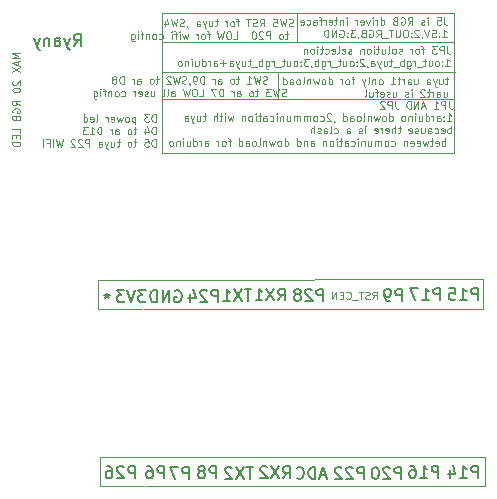
<source format=gbr>
%TF.GenerationSoftware,KiCad,Pcbnew,(5.1.10)-1*%
%TF.CreationDate,2021-06-06T01:15:34+08:00*%
%TF.ProjectId,tuya_arduino,74757961-5f61-4726-9475-696e6f2e6b69,rev?*%
%TF.SameCoordinates,Original*%
%TF.FileFunction,Legend,Bot*%
%TF.FilePolarity,Positive*%
%FSLAX46Y46*%
G04 Gerber Fmt 4.6, Leading zero omitted, Abs format (unit mm)*
G04 Created by KiCad (PCBNEW (5.1.10)-1) date 2021-06-06 01:15:34*
%MOMM*%
%LPD*%
G01*
G04 APERTURE LIST*
%ADD10C,0.101600*%
%ADD11C,0.150000*%
%ADD12C,0.120000*%
G04 APERTURE END LIST*
D10*
X81137261Y-56869047D02*
X80502261Y-56869047D01*
X80955833Y-57080714D01*
X80502261Y-57292380D01*
X81137261Y-57292380D01*
X80955833Y-57564523D02*
X80955833Y-57866904D01*
X81137261Y-57504047D02*
X80502261Y-57715714D01*
X81137261Y-57927380D01*
X80502261Y-58078571D02*
X81137261Y-58501904D01*
X80502261Y-58501904D02*
X81137261Y-58078571D01*
X80562738Y-59197380D02*
X80532500Y-59227619D01*
X80502261Y-59288095D01*
X80502261Y-59439285D01*
X80532500Y-59499761D01*
X80562738Y-59530000D01*
X80623214Y-59560238D01*
X80683690Y-59560238D01*
X80774404Y-59530000D01*
X81137261Y-59167142D01*
X81137261Y-59560238D01*
X80502261Y-59953333D02*
X80502261Y-60013809D01*
X80532500Y-60074285D01*
X80562738Y-60104523D01*
X80623214Y-60134761D01*
X80744166Y-60165000D01*
X80895357Y-60165000D01*
X81016309Y-60134761D01*
X81076785Y-60104523D01*
X81107023Y-60074285D01*
X81137261Y-60013809D01*
X81137261Y-59953333D01*
X81107023Y-59892857D01*
X81076785Y-59862619D01*
X81016309Y-59832380D01*
X80895357Y-59802142D01*
X80744166Y-59802142D01*
X80623214Y-59832380D01*
X80562738Y-59862619D01*
X80532500Y-59892857D01*
X80502261Y-59953333D01*
X81137261Y-61283809D02*
X80834880Y-61072142D01*
X81137261Y-60920952D02*
X80502261Y-60920952D01*
X80502261Y-61162857D01*
X80532500Y-61223333D01*
X80562738Y-61253571D01*
X80623214Y-61283809D01*
X80713928Y-61283809D01*
X80774404Y-61253571D01*
X80804642Y-61223333D01*
X80834880Y-61162857D01*
X80834880Y-60920952D01*
X80532500Y-61888571D02*
X80502261Y-61828095D01*
X80502261Y-61737380D01*
X80532500Y-61646666D01*
X80592976Y-61586190D01*
X80653452Y-61555952D01*
X80774404Y-61525714D01*
X80865119Y-61525714D01*
X80986071Y-61555952D01*
X81046547Y-61586190D01*
X81107023Y-61646666D01*
X81137261Y-61737380D01*
X81137261Y-61797857D01*
X81107023Y-61888571D01*
X81076785Y-61918809D01*
X80865119Y-61918809D01*
X80865119Y-61797857D01*
X80804642Y-62402619D02*
X80834880Y-62493333D01*
X80865119Y-62523571D01*
X80925595Y-62553809D01*
X81016309Y-62553809D01*
X81076785Y-62523571D01*
X81107023Y-62493333D01*
X81137261Y-62432857D01*
X81137261Y-62190952D01*
X80502261Y-62190952D01*
X80502261Y-62402619D01*
X80532500Y-62463095D01*
X80562738Y-62493333D01*
X80623214Y-62523571D01*
X80683690Y-62523571D01*
X80744166Y-62493333D01*
X80774404Y-62463095D01*
X80804642Y-62402619D01*
X80804642Y-62190952D01*
X81137261Y-63612142D02*
X81137261Y-63309761D01*
X80502261Y-63309761D01*
X80804642Y-63823809D02*
X80804642Y-64035476D01*
X81137261Y-64126190D02*
X81137261Y-63823809D01*
X80502261Y-63823809D01*
X80502261Y-64126190D01*
X81137261Y-64398333D02*
X80502261Y-64398333D01*
X80502261Y-64549523D01*
X80532500Y-64640238D01*
X80592976Y-64700714D01*
X80653452Y-64730952D01*
X80774404Y-64761190D01*
X80865119Y-64761190D01*
X80986071Y-64730952D01*
X81046547Y-64700714D01*
X81107023Y-64640238D01*
X81137261Y-64549523D01*
X81137261Y-64398333D01*
D11*
X85707142Y-56252380D02*
X86040476Y-55776190D01*
X86278571Y-56252380D02*
X86278571Y-55252380D01*
X85897619Y-55252380D01*
X85802380Y-55300000D01*
X85754761Y-55347619D01*
X85707142Y-55442857D01*
X85707142Y-55585714D01*
X85754761Y-55680952D01*
X85802380Y-55728571D01*
X85897619Y-55776190D01*
X86278571Y-55776190D01*
X85373809Y-55585714D02*
X85135714Y-56252380D01*
X84897619Y-55585714D02*
X85135714Y-56252380D01*
X85230952Y-56490476D01*
X85278571Y-56538095D01*
X85373809Y-56585714D01*
X84088095Y-56252380D02*
X84088095Y-55728571D01*
X84135714Y-55633333D01*
X84230952Y-55585714D01*
X84421428Y-55585714D01*
X84516666Y-55633333D01*
X84088095Y-56204761D02*
X84183333Y-56252380D01*
X84421428Y-56252380D01*
X84516666Y-56204761D01*
X84564285Y-56109523D01*
X84564285Y-56014285D01*
X84516666Y-55919047D01*
X84421428Y-55871428D01*
X84183333Y-55871428D01*
X84088095Y-55823809D01*
X83611904Y-55585714D02*
X83611904Y-56252380D01*
X83611904Y-55680952D02*
X83564285Y-55633333D01*
X83469047Y-55585714D01*
X83326190Y-55585714D01*
X83230952Y-55633333D01*
X83183333Y-55728571D01*
X83183333Y-56252380D01*
X82802380Y-55585714D02*
X82564285Y-56252380D01*
X82326190Y-55585714D02*
X82564285Y-56252380D01*
X82659523Y-56490476D01*
X82707142Y-56538095D01*
X82802380Y-56585714D01*
D10*
X92632769Y-62683161D02*
X92632769Y-62048161D01*
X92481579Y-62048161D01*
X92390864Y-62078400D01*
X92330388Y-62138876D01*
X92300150Y-62199352D01*
X92269912Y-62320304D01*
X92269912Y-62411019D01*
X92300150Y-62531971D01*
X92330388Y-62592447D01*
X92390864Y-62652923D01*
X92481579Y-62683161D01*
X92632769Y-62683161D01*
X92058245Y-62048161D02*
X91665150Y-62048161D01*
X91876817Y-62290066D01*
X91786102Y-62290066D01*
X91725626Y-62320304D01*
X91695388Y-62350542D01*
X91665150Y-62411019D01*
X91665150Y-62562209D01*
X91695388Y-62622685D01*
X91725626Y-62652923D01*
X91786102Y-62683161D01*
X91967531Y-62683161D01*
X92028007Y-62652923D01*
X92058245Y-62622685D01*
X90909198Y-62259828D02*
X90909198Y-62894828D01*
X90909198Y-62290066D02*
X90848721Y-62259828D01*
X90727769Y-62259828D01*
X90667293Y-62290066D01*
X90637055Y-62320304D01*
X90606817Y-62380780D01*
X90606817Y-62562209D01*
X90637055Y-62622685D01*
X90667293Y-62652923D01*
X90727769Y-62683161D01*
X90848721Y-62683161D01*
X90909198Y-62652923D01*
X90243960Y-62683161D02*
X90304436Y-62652923D01*
X90334674Y-62622685D01*
X90364912Y-62562209D01*
X90364912Y-62380780D01*
X90334674Y-62320304D01*
X90304436Y-62290066D01*
X90243960Y-62259828D01*
X90153245Y-62259828D01*
X90092769Y-62290066D01*
X90062531Y-62320304D01*
X90032293Y-62380780D01*
X90032293Y-62562209D01*
X90062531Y-62622685D01*
X90092769Y-62652923D01*
X90153245Y-62683161D01*
X90243960Y-62683161D01*
X89820626Y-62259828D02*
X89699674Y-62683161D01*
X89578721Y-62380780D01*
X89457769Y-62683161D01*
X89336817Y-62259828D01*
X88853007Y-62652923D02*
X88913483Y-62683161D01*
X89034436Y-62683161D01*
X89094912Y-62652923D01*
X89125150Y-62592447D01*
X89125150Y-62350542D01*
X89094912Y-62290066D01*
X89034436Y-62259828D01*
X88913483Y-62259828D01*
X88853007Y-62290066D01*
X88822769Y-62350542D01*
X88822769Y-62411019D01*
X89125150Y-62471495D01*
X88550626Y-62683161D02*
X88550626Y-62259828D01*
X88550626Y-62380780D02*
X88520388Y-62320304D01*
X88490150Y-62290066D01*
X88429674Y-62259828D01*
X88369198Y-62259828D01*
X87583007Y-62683161D02*
X87643483Y-62652923D01*
X87673721Y-62592447D01*
X87673721Y-62048161D01*
X87099198Y-62652923D02*
X87159674Y-62683161D01*
X87280626Y-62683161D01*
X87341102Y-62652923D01*
X87371340Y-62592447D01*
X87371340Y-62350542D01*
X87341102Y-62290066D01*
X87280626Y-62259828D01*
X87159674Y-62259828D01*
X87099198Y-62290066D01*
X87068960Y-62350542D01*
X87068960Y-62411019D01*
X87371340Y-62471495D01*
X86524674Y-62683161D02*
X86524674Y-62048161D01*
X86524674Y-62652923D02*
X86585150Y-62683161D01*
X86706102Y-62683161D01*
X86766579Y-62652923D01*
X86796817Y-62622685D01*
X86827055Y-62562209D01*
X86827055Y-62380780D01*
X86796817Y-62320304D01*
X86766579Y-62290066D01*
X86706102Y-62259828D01*
X86585150Y-62259828D01*
X86524674Y-62290066D01*
X92632769Y-63737261D02*
X92632769Y-63102261D01*
X92481579Y-63102261D01*
X92390864Y-63132500D01*
X92330388Y-63192976D01*
X92300150Y-63253452D01*
X92269912Y-63374404D01*
X92269912Y-63465119D01*
X92300150Y-63586071D01*
X92330388Y-63646547D01*
X92390864Y-63707023D01*
X92481579Y-63737261D01*
X92632769Y-63737261D01*
X91725626Y-63313928D02*
X91725626Y-63737261D01*
X91876817Y-63072023D02*
X92028007Y-63525595D01*
X91634912Y-63525595D01*
X90999912Y-63313928D02*
X90758007Y-63313928D01*
X90909198Y-63102261D02*
X90909198Y-63646547D01*
X90878960Y-63707023D01*
X90818483Y-63737261D01*
X90758007Y-63737261D01*
X90455626Y-63737261D02*
X90516102Y-63707023D01*
X90546340Y-63676785D01*
X90576579Y-63616309D01*
X90576579Y-63434880D01*
X90546340Y-63374404D01*
X90516102Y-63344166D01*
X90455626Y-63313928D01*
X90364912Y-63313928D01*
X90304436Y-63344166D01*
X90274198Y-63374404D01*
X90243960Y-63434880D01*
X90243960Y-63616309D01*
X90274198Y-63676785D01*
X90304436Y-63707023D01*
X90364912Y-63737261D01*
X90455626Y-63737261D01*
X89215864Y-63737261D02*
X89215864Y-63404642D01*
X89246102Y-63344166D01*
X89306579Y-63313928D01*
X89427531Y-63313928D01*
X89488007Y-63344166D01*
X89215864Y-63707023D02*
X89276340Y-63737261D01*
X89427531Y-63737261D01*
X89488007Y-63707023D01*
X89518245Y-63646547D01*
X89518245Y-63586071D01*
X89488007Y-63525595D01*
X89427531Y-63495357D01*
X89276340Y-63495357D01*
X89215864Y-63465119D01*
X88913483Y-63737261D02*
X88913483Y-63313928D01*
X88913483Y-63434880D02*
X88883245Y-63374404D01*
X88853007Y-63344166D01*
X88792531Y-63313928D01*
X88732055Y-63313928D01*
X88036579Y-63737261D02*
X88036579Y-63102261D01*
X87885388Y-63102261D01*
X87794674Y-63132500D01*
X87734198Y-63192976D01*
X87703960Y-63253452D01*
X87673721Y-63374404D01*
X87673721Y-63465119D01*
X87703960Y-63586071D01*
X87734198Y-63646547D01*
X87794674Y-63707023D01*
X87885388Y-63737261D01*
X88036579Y-63737261D01*
X87068960Y-63737261D02*
X87431817Y-63737261D01*
X87250388Y-63737261D02*
X87250388Y-63102261D01*
X87310864Y-63192976D01*
X87371340Y-63253452D01*
X87431817Y-63283690D01*
X86857293Y-63102261D02*
X86464198Y-63102261D01*
X86675864Y-63344166D01*
X86585150Y-63344166D01*
X86524674Y-63374404D01*
X86494436Y-63404642D01*
X86464198Y-63465119D01*
X86464198Y-63616309D01*
X86494436Y-63676785D01*
X86524674Y-63707023D01*
X86585150Y-63737261D01*
X86766579Y-63737261D01*
X86827055Y-63707023D01*
X86857293Y-63676785D01*
X92632769Y-64791361D02*
X92632769Y-64156361D01*
X92481579Y-64156361D01*
X92390864Y-64186600D01*
X92330388Y-64247076D01*
X92300150Y-64307552D01*
X92269912Y-64428504D01*
X92269912Y-64519219D01*
X92300150Y-64640171D01*
X92330388Y-64700647D01*
X92390864Y-64761123D01*
X92481579Y-64791361D01*
X92632769Y-64791361D01*
X91695388Y-64156361D02*
X91997769Y-64156361D01*
X92028007Y-64458742D01*
X91997769Y-64428504D01*
X91937293Y-64398266D01*
X91786102Y-64398266D01*
X91725626Y-64428504D01*
X91695388Y-64458742D01*
X91665150Y-64519219D01*
X91665150Y-64670409D01*
X91695388Y-64730885D01*
X91725626Y-64761123D01*
X91786102Y-64791361D01*
X91937293Y-64791361D01*
X91997769Y-64761123D01*
X92028007Y-64730885D01*
X90999912Y-64368028D02*
X90758007Y-64368028D01*
X90909198Y-64156361D02*
X90909198Y-64700647D01*
X90878960Y-64761123D01*
X90818483Y-64791361D01*
X90758007Y-64791361D01*
X90455626Y-64791361D02*
X90516102Y-64761123D01*
X90546340Y-64730885D01*
X90576579Y-64670409D01*
X90576579Y-64488980D01*
X90546340Y-64428504D01*
X90516102Y-64398266D01*
X90455626Y-64368028D01*
X90364912Y-64368028D01*
X90304436Y-64398266D01*
X90274198Y-64428504D01*
X90243960Y-64488980D01*
X90243960Y-64670409D01*
X90274198Y-64730885D01*
X90304436Y-64761123D01*
X90364912Y-64791361D01*
X90455626Y-64791361D01*
X89578721Y-64368028D02*
X89336817Y-64368028D01*
X89488007Y-64156361D02*
X89488007Y-64700647D01*
X89457769Y-64761123D01*
X89397293Y-64791361D01*
X89336817Y-64791361D01*
X88853007Y-64368028D02*
X88853007Y-64791361D01*
X89125150Y-64368028D02*
X89125150Y-64700647D01*
X89094912Y-64761123D01*
X89034436Y-64791361D01*
X88943721Y-64791361D01*
X88883245Y-64761123D01*
X88853007Y-64730885D01*
X88611102Y-64368028D02*
X88459912Y-64791361D01*
X88308721Y-64368028D02*
X88459912Y-64791361D01*
X88520388Y-64942552D01*
X88550626Y-64972790D01*
X88611102Y-65003028D01*
X87794674Y-64791361D02*
X87794674Y-64458742D01*
X87824912Y-64398266D01*
X87885388Y-64368028D01*
X88006340Y-64368028D01*
X88066817Y-64398266D01*
X87794674Y-64761123D02*
X87855150Y-64791361D01*
X88006340Y-64791361D01*
X88066817Y-64761123D01*
X88097055Y-64700647D01*
X88097055Y-64640171D01*
X88066817Y-64579695D01*
X88006340Y-64549457D01*
X87855150Y-64549457D01*
X87794674Y-64519219D01*
X87008483Y-64791361D02*
X87008483Y-64156361D01*
X86766579Y-64156361D01*
X86706102Y-64186600D01*
X86675864Y-64216838D01*
X86645626Y-64277314D01*
X86645626Y-64368028D01*
X86675864Y-64428504D01*
X86706102Y-64458742D01*
X86766579Y-64488980D01*
X87008483Y-64488980D01*
X86403721Y-64216838D02*
X86373483Y-64186600D01*
X86313007Y-64156361D01*
X86161817Y-64156361D01*
X86101340Y-64186600D01*
X86071102Y-64216838D01*
X86040864Y-64277314D01*
X86040864Y-64337790D01*
X86071102Y-64428504D01*
X86433960Y-64791361D01*
X86040864Y-64791361D01*
X85798960Y-64216838D02*
X85768721Y-64186600D01*
X85708245Y-64156361D01*
X85557055Y-64156361D01*
X85496579Y-64186600D01*
X85466340Y-64216838D01*
X85436102Y-64277314D01*
X85436102Y-64337790D01*
X85466340Y-64428504D01*
X85829198Y-64791361D01*
X85436102Y-64791361D01*
X84740626Y-64156361D02*
X84589436Y-64791361D01*
X84468483Y-64337790D01*
X84347531Y-64791361D01*
X84196340Y-64156361D01*
X83954436Y-64791361D02*
X83954436Y-64156361D01*
X83440388Y-64458742D02*
X83652055Y-64458742D01*
X83652055Y-64791361D02*
X83652055Y-64156361D01*
X83349674Y-64156361D01*
X83107769Y-64791361D02*
X83107769Y-64156361D01*
D12*
X93200000Y-65350000D02*
X93200000Y-53450000D01*
D10*
X102061666Y-59429973D02*
X101970952Y-59460211D01*
X101819761Y-59460211D01*
X101759285Y-59429973D01*
X101729047Y-59399735D01*
X101698809Y-59339259D01*
X101698809Y-59278783D01*
X101729047Y-59218307D01*
X101759285Y-59188069D01*
X101819761Y-59157830D01*
X101940714Y-59127592D01*
X102001190Y-59097354D01*
X102031428Y-59067116D01*
X102061666Y-59006640D01*
X102061666Y-58946164D01*
X102031428Y-58885688D01*
X102001190Y-58855450D01*
X101940714Y-58825211D01*
X101789523Y-58825211D01*
X101698809Y-58855450D01*
X101487142Y-58825211D02*
X101335952Y-59460211D01*
X101215000Y-59006640D01*
X101094047Y-59460211D01*
X100942857Y-58825211D01*
X100368333Y-59460211D02*
X100731190Y-59460211D01*
X100549761Y-59460211D02*
X100549761Y-58825211D01*
X100610238Y-58915926D01*
X100670714Y-58976402D01*
X100731190Y-59006640D01*
X99703095Y-59036878D02*
X99461190Y-59036878D01*
X99612380Y-58825211D02*
X99612380Y-59369497D01*
X99582142Y-59429973D01*
X99521666Y-59460211D01*
X99461190Y-59460211D01*
X99158809Y-59460211D02*
X99219285Y-59429973D01*
X99249523Y-59399735D01*
X99279761Y-59339259D01*
X99279761Y-59157830D01*
X99249523Y-59097354D01*
X99219285Y-59067116D01*
X99158809Y-59036878D01*
X99068095Y-59036878D01*
X99007619Y-59067116D01*
X98977380Y-59097354D01*
X98947142Y-59157830D01*
X98947142Y-59339259D01*
X98977380Y-59399735D01*
X99007619Y-59429973D01*
X99068095Y-59460211D01*
X99158809Y-59460211D01*
X97919047Y-59460211D02*
X97919047Y-59127592D01*
X97949285Y-59067116D01*
X98009761Y-59036878D01*
X98130714Y-59036878D01*
X98191190Y-59067116D01*
X97919047Y-59429973D02*
X97979523Y-59460211D01*
X98130714Y-59460211D01*
X98191190Y-59429973D01*
X98221428Y-59369497D01*
X98221428Y-59309021D01*
X98191190Y-59248545D01*
X98130714Y-59218307D01*
X97979523Y-59218307D01*
X97919047Y-59188069D01*
X97616666Y-59460211D02*
X97616666Y-59036878D01*
X97616666Y-59157830D02*
X97586428Y-59097354D01*
X97556190Y-59067116D01*
X97495714Y-59036878D01*
X97435238Y-59036878D01*
X96739761Y-59460211D02*
X96739761Y-58825211D01*
X96588571Y-58825211D01*
X96497857Y-58855450D01*
X96437380Y-58915926D01*
X96407142Y-58976402D01*
X96376904Y-59097354D01*
X96376904Y-59188069D01*
X96407142Y-59309021D01*
X96437380Y-59369497D01*
X96497857Y-59429973D01*
X96588571Y-59460211D01*
X96739761Y-59460211D01*
X96074523Y-59460211D02*
X95953571Y-59460211D01*
X95893095Y-59429973D01*
X95862857Y-59399735D01*
X95802380Y-59309021D01*
X95772142Y-59188069D01*
X95772142Y-58946164D01*
X95802380Y-58885688D01*
X95832619Y-58855450D01*
X95893095Y-58825211D01*
X96014047Y-58825211D01*
X96074523Y-58855450D01*
X96104761Y-58885688D01*
X96135000Y-58946164D01*
X96135000Y-59097354D01*
X96104761Y-59157830D01*
X96074523Y-59188069D01*
X96014047Y-59218307D01*
X95893095Y-59218307D01*
X95832619Y-59188069D01*
X95802380Y-59157830D01*
X95772142Y-59097354D01*
X95469761Y-59429973D02*
X95469761Y-59460211D01*
X95500000Y-59520688D01*
X95530238Y-59550926D01*
X95227857Y-59429973D02*
X95137142Y-59460211D01*
X94985952Y-59460211D01*
X94925476Y-59429973D01*
X94895238Y-59399735D01*
X94865000Y-59339259D01*
X94865000Y-59278783D01*
X94895238Y-59218307D01*
X94925476Y-59188069D01*
X94985952Y-59157830D01*
X95106904Y-59127592D01*
X95167380Y-59097354D01*
X95197619Y-59067116D01*
X95227857Y-59006640D01*
X95227857Y-58946164D01*
X95197619Y-58885688D01*
X95167380Y-58855450D01*
X95106904Y-58825211D01*
X94955714Y-58825211D01*
X94865000Y-58855450D01*
X94653333Y-58825211D02*
X94502142Y-59460211D01*
X94381190Y-59006640D01*
X94260238Y-59460211D01*
X94109047Y-58825211D01*
X93897380Y-58885688D02*
X93867142Y-58855450D01*
X93806666Y-58825211D01*
X93655476Y-58825211D01*
X93595000Y-58855450D01*
X93564761Y-58885688D01*
X93534523Y-58946164D01*
X93534523Y-59006640D01*
X93564761Y-59097354D01*
X93927619Y-59460211D01*
X93534523Y-59460211D01*
X92869285Y-59036878D02*
X92627380Y-59036878D01*
X92778571Y-58825211D02*
X92778571Y-59369497D01*
X92748333Y-59429973D01*
X92687857Y-59460211D01*
X92627380Y-59460211D01*
X92325000Y-59460211D02*
X92385476Y-59429973D01*
X92415714Y-59399735D01*
X92445952Y-59339259D01*
X92445952Y-59157830D01*
X92415714Y-59097354D01*
X92385476Y-59067116D01*
X92325000Y-59036878D01*
X92234285Y-59036878D01*
X92173809Y-59067116D01*
X92143571Y-59097354D01*
X92113333Y-59157830D01*
X92113333Y-59339259D01*
X92143571Y-59399735D01*
X92173809Y-59429973D01*
X92234285Y-59460211D01*
X92325000Y-59460211D01*
X91085238Y-59460211D02*
X91085238Y-59127592D01*
X91115476Y-59067116D01*
X91175952Y-59036878D01*
X91296904Y-59036878D01*
X91357380Y-59067116D01*
X91085238Y-59429973D02*
X91145714Y-59460211D01*
X91296904Y-59460211D01*
X91357380Y-59429973D01*
X91387619Y-59369497D01*
X91387619Y-59309021D01*
X91357380Y-59248545D01*
X91296904Y-59218307D01*
X91145714Y-59218307D01*
X91085238Y-59188069D01*
X90782857Y-59460211D02*
X90782857Y-59036878D01*
X90782857Y-59157830D02*
X90752619Y-59097354D01*
X90722380Y-59067116D01*
X90661904Y-59036878D01*
X90601428Y-59036878D01*
X89905952Y-59460211D02*
X89905952Y-58825211D01*
X89754761Y-58825211D01*
X89664047Y-58855450D01*
X89603571Y-58915926D01*
X89573333Y-58976402D01*
X89543095Y-59097354D01*
X89543095Y-59188069D01*
X89573333Y-59309021D01*
X89603571Y-59369497D01*
X89664047Y-59429973D01*
X89754761Y-59460211D01*
X89905952Y-59460211D01*
X89180238Y-59097354D02*
X89240714Y-59067116D01*
X89270952Y-59036878D01*
X89301190Y-58976402D01*
X89301190Y-58946164D01*
X89270952Y-58885688D01*
X89240714Y-58855450D01*
X89180238Y-58825211D01*
X89059285Y-58825211D01*
X88998809Y-58855450D01*
X88968571Y-58885688D01*
X88938333Y-58946164D01*
X88938333Y-58976402D01*
X88968571Y-59036878D01*
X88998809Y-59067116D01*
X89059285Y-59097354D01*
X89180238Y-59097354D01*
X89240714Y-59127592D01*
X89270952Y-59157830D01*
X89301190Y-59218307D01*
X89301190Y-59339259D01*
X89270952Y-59399735D01*
X89240714Y-59429973D01*
X89180238Y-59460211D01*
X89059285Y-59460211D01*
X88998809Y-59429973D01*
X88968571Y-59399735D01*
X88938333Y-59339259D01*
X88938333Y-59218307D01*
X88968571Y-59157830D01*
X88998809Y-59127592D01*
X89059285Y-59097354D01*
X103664285Y-60484073D02*
X103573571Y-60514311D01*
X103422380Y-60514311D01*
X103361904Y-60484073D01*
X103331666Y-60453835D01*
X103301428Y-60393359D01*
X103301428Y-60332883D01*
X103331666Y-60272407D01*
X103361904Y-60242169D01*
X103422380Y-60211930D01*
X103543333Y-60181692D01*
X103603809Y-60151454D01*
X103634047Y-60121216D01*
X103664285Y-60060740D01*
X103664285Y-60000264D01*
X103634047Y-59939788D01*
X103603809Y-59909550D01*
X103543333Y-59879311D01*
X103392142Y-59879311D01*
X103301428Y-59909550D01*
X103089761Y-59879311D02*
X102938571Y-60514311D01*
X102817619Y-60060740D01*
X102696666Y-60514311D01*
X102545476Y-59879311D01*
X102364047Y-59879311D02*
X101970952Y-59879311D01*
X102182619Y-60121216D01*
X102091904Y-60121216D01*
X102031428Y-60151454D01*
X102001190Y-60181692D01*
X101970952Y-60242169D01*
X101970952Y-60393359D01*
X102001190Y-60453835D01*
X102031428Y-60484073D01*
X102091904Y-60514311D01*
X102273333Y-60514311D01*
X102333809Y-60484073D01*
X102364047Y-60453835D01*
X101305714Y-60090978D02*
X101063809Y-60090978D01*
X101215000Y-59879311D02*
X101215000Y-60423597D01*
X101184761Y-60484073D01*
X101124285Y-60514311D01*
X101063809Y-60514311D01*
X100761428Y-60514311D02*
X100821904Y-60484073D01*
X100852142Y-60453835D01*
X100882380Y-60393359D01*
X100882380Y-60211930D01*
X100852142Y-60151454D01*
X100821904Y-60121216D01*
X100761428Y-60090978D01*
X100670714Y-60090978D01*
X100610238Y-60121216D01*
X100580000Y-60151454D01*
X100549761Y-60211930D01*
X100549761Y-60393359D01*
X100580000Y-60453835D01*
X100610238Y-60484073D01*
X100670714Y-60514311D01*
X100761428Y-60514311D01*
X99521666Y-60514311D02*
X99521666Y-60181692D01*
X99551904Y-60121216D01*
X99612380Y-60090978D01*
X99733333Y-60090978D01*
X99793809Y-60121216D01*
X99521666Y-60484073D02*
X99582142Y-60514311D01*
X99733333Y-60514311D01*
X99793809Y-60484073D01*
X99824047Y-60423597D01*
X99824047Y-60363121D01*
X99793809Y-60302645D01*
X99733333Y-60272407D01*
X99582142Y-60272407D01*
X99521666Y-60242169D01*
X99219285Y-60514311D02*
X99219285Y-60090978D01*
X99219285Y-60211930D02*
X99189047Y-60151454D01*
X99158809Y-60121216D01*
X99098333Y-60090978D01*
X99037857Y-60090978D01*
X98342380Y-60514311D02*
X98342380Y-59879311D01*
X98191190Y-59879311D01*
X98100476Y-59909550D01*
X98040000Y-59970026D01*
X98009761Y-60030502D01*
X97979523Y-60151454D01*
X97979523Y-60242169D01*
X98009761Y-60363121D01*
X98040000Y-60423597D01*
X98100476Y-60484073D01*
X98191190Y-60514311D01*
X98342380Y-60514311D01*
X97767857Y-59879311D02*
X97344523Y-59879311D01*
X97616666Y-60514311D01*
X96316428Y-60514311D02*
X96618809Y-60514311D01*
X96618809Y-59879311D01*
X95983809Y-59879311D02*
X95862857Y-59879311D01*
X95802380Y-59909550D01*
X95741904Y-59970026D01*
X95711666Y-60090978D01*
X95711666Y-60302645D01*
X95741904Y-60423597D01*
X95802380Y-60484073D01*
X95862857Y-60514311D01*
X95983809Y-60514311D01*
X96044285Y-60484073D01*
X96104761Y-60423597D01*
X96135000Y-60302645D01*
X96135000Y-60090978D01*
X96104761Y-59970026D01*
X96044285Y-59909550D01*
X95983809Y-59879311D01*
X95500000Y-59879311D02*
X95348809Y-60514311D01*
X95227857Y-60060740D01*
X95106904Y-60514311D01*
X94955714Y-59879311D01*
X93957857Y-60514311D02*
X93957857Y-60181692D01*
X93988095Y-60121216D01*
X94048571Y-60090978D01*
X94169523Y-60090978D01*
X94230000Y-60121216D01*
X93957857Y-60484073D02*
X94018333Y-60514311D01*
X94169523Y-60514311D01*
X94230000Y-60484073D01*
X94260238Y-60423597D01*
X94260238Y-60363121D01*
X94230000Y-60302645D01*
X94169523Y-60272407D01*
X94018333Y-60272407D01*
X93957857Y-60242169D01*
X93564761Y-60514311D02*
X93625238Y-60484073D01*
X93655476Y-60423597D01*
X93655476Y-59879311D01*
X93232142Y-60514311D02*
X93292619Y-60484073D01*
X93322857Y-60423597D01*
X93322857Y-59879311D01*
X92234285Y-60090978D02*
X92234285Y-60514311D01*
X92506428Y-60090978D02*
X92506428Y-60423597D01*
X92476190Y-60484073D01*
X92415714Y-60514311D01*
X92325000Y-60514311D01*
X92264523Y-60484073D01*
X92234285Y-60453835D01*
X91962142Y-60484073D02*
X91901666Y-60514311D01*
X91780714Y-60514311D01*
X91720238Y-60484073D01*
X91690000Y-60423597D01*
X91690000Y-60393359D01*
X91720238Y-60332883D01*
X91780714Y-60302645D01*
X91871428Y-60302645D01*
X91931904Y-60272407D01*
X91962142Y-60211930D01*
X91962142Y-60181692D01*
X91931904Y-60121216D01*
X91871428Y-60090978D01*
X91780714Y-60090978D01*
X91720238Y-60121216D01*
X91175952Y-60484073D02*
X91236428Y-60514311D01*
X91357380Y-60514311D01*
X91417857Y-60484073D01*
X91448095Y-60423597D01*
X91448095Y-60181692D01*
X91417857Y-60121216D01*
X91357380Y-60090978D01*
X91236428Y-60090978D01*
X91175952Y-60121216D01*
X91145714Y-60181692D01*
X91145714Y-60242169D01*
X91448095Y-60302645D01*
X90873571Y-60514311D02*
X90873571Y-60090978D01*
X90873571Y-60211930D02*
X90843333Y-60151454D01*
X90813095Y-60121216D01*
X90752619Y-60090978D01*
X90692142Y-60090978D01*
X89724523Y-60484073D02*
X89785000Y-60514311D01*
X89905952Y-60514311D01*
X89966428Y-60484073D01*
X89996666Y-60453835D01*
X90026904Y-60393359D01*
X90026904Y-60211930D01*
X89996666Y-60151454D01*
X89966428Y-60121216D01*
X89905952Y-60090978D01*
X89785000Y-60090978D01*
X89724523Y-60121216D01*
X89361666Y-60514311D02*
X89422142Y-60484073D01*
X89452380Y-60453835D01*
X89482619Y-60393359D01*
X89482619Y-60211930D01*
X89452380Y-60151454D01*
X89422142Y-60121216D01*
X89361666Y-60090978D01*
X89270952Y-60090978D01*
X89210476Y-60121216D01*
X89180238Y-60151454D01*
X89150000Y-60211930D01*
X89150000Y-60393359D01*
X89180238Y-60453835D01*
X89210476Y-60484073D01*
X89270952Y-60514311D01*
X89361666Y-60514311D01*
X88877857Y-60090978D02*
X88877857Y-60514311D01*
X88877857Y-60151454D02*
X88847619Y-60121216D01*
X88787142Y-60090978D01*
X88696428Y-60090978D01*
X88635952Y-60121216D01*
X88605714Y-60181692D01*
X88605714Y-60514311D01*
X88394047Y-60090978D02*
X88152142Y-60090978D01*
X88303333Y-60514311D02*
X88303333Y-59970026D01*
X88273095Y-59909550D01*
X88212619Y-59879311D01*
X88152142Y-59879311D01*
X87940476Y-60514311D02*
X87940476Y-60090978D01*
X87940476Y-59879311D02*
X87970714Y-59909550D01*
X87940476Y-59939788D01*
X87910238Y-59909550D01*
X87940476Y-59879311D01*
X87940476Y-59939788D01*
X87365952Y-60090978D02*
X87365952Y-60605026D01*
X87396190Y-60665502D01*
X87426428Y-60695740D01*
X87486904Y-60725978D01*
X87577619Y-60725978D01*
X87638095Y-60695740D01*
X87365952Y-60484073D02*
X87426428Y-60514311D01*
X87547380Y-60514311D01*
X87607857Y-60484073D01*
X87638095Y-60453835D01*
X87668333Y-60393359D01*
X87668333Y-60211930D01*
X87638095Y-60151454D01*
X87607857Y-60121216D01*
X87547380Y-60090978D01*
X87426428Y-60090978D01*
X87365952Y-60121216D01*
X104263007Y-54579973D02*
X104172293Y-54610211D01*
X104021102Y-54610211D01*
X103960626Y-54579973D01*
X103930388Y-54549735D01*
X103900150Y-54489259D01*
X103900150Y-54428783D01*
X103930388Y-54368307D01*
X103960626Y-54338069D01*
X104021102Y-54307830D01*
X104142055Y-54277592D01*
X104202531Y-54247354D01*
X104232769Y-54217116D01*
X104263007Y-54156640D01*
X104263007Y-54096164D01*
X104232769Y-54035688D01*
X104202531Y-54005450D01*
X104142055Y-53975211D01*
X103990864Y-53975211D01*
X103900150Y-54005450D01*
X103688483Y-53975211D02*
X103537293Y-54610211D01*
X103416340Y-54156640D01*
X103295388Y-54610211D01*
X103144198Y-53975211D01*
X102599912Y-53975211D02*
X102902293Y-53975211D01*
X102932531Y-54277592D01*
X102902293Y-54247354D01*
X102841817Y-54217116D01*
X102690626Y-54217116D01*
X102630150Y-54247354D01*
X102599912Y-54277592D01*
X102569674Y-54338069D01*
X102569674Y-54489259D01*
X102599912Y-54549735D01*
X102630150Y-54579973D01*
X102690626Y-54610211D01*
X102841817Y-54610211D01*
X102902293Y-54579973D01*
X102932531Y-54549735D01*
X101450864Y-54610211D02*
X101662531Y-54307830D01*
X101813721Y-54610211D02*
X101813721Y-53975211D01*
X101571817Y-53975211D01*
X101511340Y-54005450D01*
X101481102Y-54035688D01*
X101450864Y-54096164D01*
X101450864Y-54186878D01*
X101481102Y-54247354D01*
X101511340Y-54277592D01*
X101571817Y-54307830D01*
X101813721Y-54307830D01*
X101208960Y-54579973D02*
X101118245Y-54610211D01*
X100967055Y-54610211D01*
X100906579Y-54579973D01*
X100876340Y-54549735D01*
X100846102Y-54489259D01*
X100846102Y-54428783D01*
X100876340Y-54368307D01*
X100906579Y-54338069D01*
X100967055Y-54307830D01*
X101088007Y-54277592D01*
X101148483Y-54247354D01*
X101178721Y-54217116D01*
X101208960Y-54156640D01*
X101208960Y-54096164D01*
X101178721Y-54035688D01*
X101148483Y-54005450D01*
X101088007Y-53975211D01*
X100936817Y-53975211D01*
X100846102Y-54005450D01*
X100664674Y-53975211D02*
X100301817Y-53975211D01*
X100483245Y-54610211D02*
X100483245Y-53975211D01*
X99697055Y-54186878D02*
X99455150Y-54186878D01*
X99606340Y-54610211D02*
X99606340Y-54065926D01*
X99576102Y-54005450D01*
X99515626Y-53975211D01*
X99455150Y-53975211D01*
X99152769Y-54610211D02*
X99213245Y-54579973D01*
X99243483Y-54549735D01*
X99273721Y-54489259D01*
X99273721Y-54307830D01*
X99243483Y-54247354D01*
X99213245Y-54217116D01*
X99152769Y-54186878D01*
X99062055Y-54186878D01*
X99001579Y-54217116D01*
X98971340Y-54247354D01*
X98941102Y-54307830D01*
X98941102Y-54489259D01*
X98971340Y-54549735D01*
X99001579Y-54579973D01*
X99062055Y-54610211D01*
X99152769Y-54610211D01*
X98668960Y-54610211D02*
X98668960Y-54186878D01*
X98668960Y-54307830D02*
X98638721Y-54247354D01*
X98608483Y-54217116D01*
X98548007Y-54186878D01*
X98487531Y-54186878D01*
X97882769Y-54186878D02*
X97640864Y-54186878D01*
X97792055Y-53975211D02*
X97792055Y-54519497D01*
X97761817Y-54579973D01*
X97701340Y-54610211D01*
X97640864Y-54610211D01*
X97157055Y-54186878D02*
X97157055Y-54610211D01*
X97429198Y-54186878D02*
X97429198Y-54519497D01*
X97398960Y-54579973D01*
X97338483Y-54610211D01*
X97247769Y-54610211D01*
X97187293Y-54579973D01*
X97157055Y-54549735D01*
X96915150Y-54186878D02*
X96763960Y-54610211D01*
X96612769Y-54186878D02*
X96763960Y-54610211D01*
X96824436Y-54761402D01*
X96854674Y-54791640D01*
X96915150Y-54821878D01*
X96098721Y-54610211D02*
X96098721Y-54277592D01*
X96128960Y-54217116D01*
X96189436Y-54186878D01*
X96310388Y-54186878D01*
X96370864Y-54217116D01*
X96098721Y-54579973D02*
X96159198Y-54610211D01*
X96310388Y-54610211D01*
X96370864Y-54579973D01*
X96401102Y-54519497D01*
X96401102Y-54459021D01*
X96370864Y-54398545D01*
X96310388Y-54368307D01*
X96159198Y-54368307D01*
X96098721Y-54338069D01*
X95282293Y-54579973D02*
X95282293Y-54610211D01*
X95312531Y-54670688D01*
X95342769Y-54700926D01*
X95040388Y-54579973D02*
X94949674Y-54610211D01*
X94798483Y-54610211D01*
X94738007Y-54579973D01*
X94707769Y-54549735D01*
X94677531Y-54489259D01*
X94677531Y-54428783D01*
X94707769Y-54368307D01*
X94738007Y-54338069D01*
X94798483Y-54307830D01*
X94919436Y-54277592D01*
X94979912Y-54247354D01*
X95010150Y-54217116D01*
X95040388Y-54156640D01*
X95040388Y-54096164D01*
X95010150Y-54035688D01*
X94979912Y-54005450D01*
X94919436Y-53975211D01*
X94768245Y-53975211D01*
X94677531Y-54005450D01*
X94465864Y-53975211D02*
X94314674Y-54610211D01*
X94193721Y-54156640D01*
X94072769Y-54610211D01*
X93921579Y-53975211D01*
X93407531Y-54186878D02*
X93407531Y-54610211D01*
X93558721Y-53944973D02*
X93709912Y-54398545D01*
X93316817Y-54398545D01*
X103839674Y-55240978D02*
X103597769Y-55240978D01*
X103748960Y-55029311D02*
X103748960Y-55573597D01*
X103718721Y-55634073D01*
X103658245Y-55664311D01*
X103597769Y-55664311D01*
X103295388Y-55664311D02*
X103355864Y-55634073D01*
X103386102Y-55603835D01*
X103416340Y-55543359D01*
X103416340Y-55361930D01*
X103386102Y-55301454D01*
X103355864Y-55271216D01*
X103295388Y-55240978D01*
X103204674Y-55240978D01*
X103144198Y-55271216D01*
X103113960Y-55301454D01*
X103083721Y-55361930D01*
X103083721Y-55543359D01*
X103113960Y-55603835D01*
X103144198Y-55634073D01*
X103204674Y-55664311D01*
X103295388Y-55664311D01*
X102327769Y-55664311D02*
X102327769Y-55029311D01*
X102085864Y-55029311D01*
X102025388Y-55059550D01*
X101995150Y-55089788D01*
X101964912Y-55150264D01*
X101964912Y-55240978D01*
X101995150Y-55301454D01*
X102025388Y-55331692D01*
X102085864Y-55361930D01*
X102327769Y-55361930D01*
X101723007Y-55089788D02*
X101692769Y-55059550D01*
X101632293Y-55029311D01*
X101481102Y-55029311D01*
X101420626Y-55059550D01*
X101390388Y-55089788D01*
X101360150Y-55150264D01*
X101360150Y-55210740D01*
X101390388Y-55301454D01*
X101753245Y-55664311D01*
X101360150Y-55664311D01*
X100967055Y-55029311D02*
X100906579Y-55029311D01*
X100846102Y-55059550D01*
X100815864Y-55089788D01*
X100785626Y-55150264D01*
X100755388Y-55271216D01*
X100755388Y-55422407D01*
X100785626Y-55543359D01*
X100815864Y-55603835D01*
X100846102Y-55634073D01*
X100906579Y-55664311D01*
X100967055Y-55664311D01*
X101027531Y-55634073D01*
X101057769Y-55603835D01*
X101088007Y-55543359D01*
X101118245Y-55422407D01*
X101118245Y-55271216D01*
X101088007Y-55150264D01*
X101057769Y-55089788D01*
X101027531Y-55059550D01*
X100967055Y-55029311D01*
X99213245Y-55664311D02*
X99515626Y-55664311D01*
X99515626Y-55029311D01*
X98880626Y-55029311D02*
X98759674Y-55029311D01*
X98699198Y-55059550D01*
X98638721Y-55120026D01*
X98608483Y-55240978D01*
X98608483Y-55452645D01*
X98638721Y-55573597D01*
X98699198Y-55634073D01*
X98759674Y-55664311D01*
X98880626Y-55664311D01*
X98941102Y-55634073D01*
X99001579Y-55573597D01*
X99031817Y-55452645D01*
X99031817Y-55240978D01*
X99001579Y-55120026D01*
X98941102Y-55059550D01*
X98880626Y-55029311D01*
X98396817Y-55029311D02*
X98245626Y-55664311D01*
X98124674Y-55210740D01*
X98003721Y-55664311D01*
X97852531Y-55029311D01*
X97217531Y-55240978D02*
X96975626Y-55240978D01*
X97126817Y-55664311D02*
X97126817Y-55120026D01*
X97096579Y-55059550D01*
X97036102Y-55029311D01*
X96975626Y-55029311D01*
X96673245Y-55664311D02*
X96733721Y-55634073D01*
X96763960Y-55603835D01*
X96794198Y-55543359D01*
X96794198Y-55361930D01*
X96763960Y-55301454D01*
X96733721Y-55271216D01*
X96673245Y-55240978D01*
X96582531Y-55240978D01*
X96522055Y-55271216D01*
X96491817Y-55301454D01*
X96461579Y-55361930D01*
X96461579Y-55543359D01*
X96491817Y-55603835D01*
X96522055Y-55634073D01*
X96582531Y-55664311D01*
X96673245Y-55664311D01*
X96189436Y-55664311D02*
X96189436Y-55240978D01*
X96189436Y-55361930D02*
X96159198Y-55301454D01*
X96128960Y-55271216D01*
X96068483Y-55240978D01*
X96008007Y-55240978D01*
X95373007Y-55240978D02*
X95252055Y-55664311D01*
X95131102Y-55361930D01*
X95010150Y-55664311D01*
X94889198Y-55240978D01*
X94647293Y-55664311D02*
X94647293Y-55240978D01*
X94647293Y-55029311D02*
X94677531Y-55059550D01*
X94647293Y-55089788D01*
X94617055Y-55059550D01*
X94647293Y-55029311D01*
X94647293Y-55089788D01*
X94435626Y-55240978D02*
X94193721Y-55240978D01*
X94344912Y-55664311D02*
X94344912Y-55120026D01*
X94314674Y-55059550D01*
X94254198Y-55029311D01*
X94193721Y-55029311D01*
X93982055Y-55664311D02*
X93982055Y-55240978D01*
X93982055Y-55029311D02*
X94012293Y-55059550D01*
X93982055Y-55089788D01*
X93951817Y-55059550D01*
X93982055Y-55029311D01*
X93982055Y-55089788D01*
X92923721Y-55634073D02*
X92984198Y-55664311D01*
X93105150Y-55664311D01*
X93165626Y-55634073D01*
X93195864Y-55603835D01*
X93226102Y-55543359D01*
X93226102Y-55361930D01*
X93195864Y-55301454D01*
X93165626Y-55271216D01*
X93105150Y-55240978D01*
X92984198Y-55240978D01*
X92923721Y-55271216D01*
X92560864Y-55664311D02*
X92621340Y-55634073D01*
X92651579Y-55603835D01*
X92681817Y-55543359D01*
X92681817Y-55361930D01*
X92651579Y-55301454D01*
X92621340Y-55271216D01*
X92560864Y-55240978D01*
X92470150Y-55240978D01*
X92409674Y-55271216D01*
X92379436Y-55301454D01*
X92349198Y-55361930D01*
X92349198Y-55543359D01*
X92379436Y-55603835D01*
X92409674Y-55634073D01*
X92470150Y-55664311D01*
X92560864Y-55664311D01*
X92077055Y-55240978D02*
X92077055Y-55664311D01*
X92077055Y-55301454D02*
X92046817Y-55271216D01*
X91986340Y-55240978D01*
X91895626Y-55240978D01*
X91835150Y-55271216D01*
X91804912Y-55331692D01*
X91804912Y-55664311D01*
X91593245Y-55240978D02*
X91351340Y-55240978D01*
X91502531Y-55664311D02*
X91502531Y-55120026D01*
X91472293Y-55059550D01*
X91411817Y-55029311D01*
X91351340Y-55029311D01*
X91139674Y-55664311D02*
X91139674Y-55240978D01*
X91139674Y-55029311D02*
X91169912Y-55059550D01*
X91139674Y-55089788D01*
X91109436Y-55059550D01*
X91139674Y-55029311D01*
X91139674Y-55089788D01*
X90565150Y-55240978D02*
X90565150Y-55755026D01*
X90595388Y-55815502D01*
X90625626Y-55845740D01*
X90686102Y-55875978D01*
X90776817Y-55875978D01*
X90837293Y-55845740D01*
X90565150Y-55634073D02*
X90625626Y-55664311D01*
X90746579Y-55664311D01*
X90807055Y-55634073D01*
X90837293Y-55603835D01*
X90867531Y-55543359D01*
X90867531Y-55361930D01*
X90837293Y-55301454D01*
X90807055Y-55271216D01*
X90746579Y-55240978D01*
X90625626Y-55240978D01*
X90565150Y-55271216D01*
D12*
X103000000Y-58450000D02*
X103000000Y-60750000D01*
X104600000Y-53450000D02*
X104600000Y-55900000D01*
X117900000Y-60750000D02*
X93250000Y-60750000D01*
X117950000Y-58450000D02*
X93200000Y-58450000D01*
X117900000Y-55900000D02*
X93250000Y-55900000D01*
X117900000Y-65350000D02*
X117900000Y-53500000D01*
X93200000Y-53450000D02*
X117900000Y-53500000D01*
X117900000Y-65350000D02*
X93200000Y-65350000D01*
D10*
X117451340Y-60921111D02*
X117451340Y-61374683D01*
X117481579Y-61465397D01*
X117542055Y-61525873D01*
X117632769Y-61556111D01*
X117693245Y-61556111D01*
X117148960Y-61556111D02*
X117148960Y-60921111D01*
X116907055Y-60921111D01*
X116846579Y-60951350D01*
X116816340Y-60981588D01*
X116786102Y-61042064D01*
X116786102Y-61132778D01*
X116816340Y-61193254D01*
X116846579Y-61223492D01*
X116907055Y-61253730D01*
X117148960Y-61253730D01*
X116181340Y-61556111D02*
X116544198Y-61556111D01*
X116362769Y-61556111D02*
X116362769Y-60921111D01*
X116423245Y-61011826D01*
X116483721Y-61072302D01*
X116544198Y-61102540D01*
X115455626Y-61374683D02*
X115153245Y-61374683D01*
X115516102Y-61556111D02*
X115304436Y-60921111D01*
X115092769Y-61556111D01*
X114881102Y-61556111D02*
X114881102Y-60921111D01*
X114518245Y-61556111D01*
X114518245Y-60921111D01*
X114215864Y-61556111D02*
X114215864Y-60921111D01*
X114064674Y-60921111D01*
X113973960Y-60951350D01*
X113913483Y-61011826D01*
X113883245Y-61072302D01*
X113853007Y-61193254D01*
X113853007Y-61283969D01*
X113883245Y-61404921D01*
X113913483Y-61465397D01*
X113973960Y-61525873D01*
X114064674Y-61556111D01*
X114215864Y-61556111D01*
X112915626Y-60921111D02*
X112915626Y-61374683D01*
X112945864Y-61465397D01*
X113006340Y-61525873D01*
X113097055Y-61556111D01*
X113157531Y-61556111D01*
X112613245Y-61556111D02*
X112613245Y-60921111D01*
X112371340Y-60921111D01*
X112310864Y-60951350D01*
X112280626Y-60981588D01*
X112250388Y-61042064D01*
X112250388Y-61132778D01*
X112280626Y-61193254D01*
X112310864Y-61223492D01*
X112371340Y-61253730D01*
X112613245Y-61253730D01*
X112008483Y-60981588D02*
X111978245Y-60951350D01*
X111917769Y-60921111D01*
X111766579Y-60921111D01*
X111706102Y-60951350D01*
X111675864Y-60981588D01*
X111645626Y-61042064D01*
X111645626Y-61102540D01*
X111675864Y-61193254D01*
X112038721Y-61556111D01*
X111645626Y-61556111D01*
X117300150Y-62610211D02*
X117663007Y-62610211D01*
X117481579Y-62610211D02*
X117481579Y-61975211D01*
X117542055Y-62065926D01*
X117602531Y-62126402D01*
X117663007Y-62156640D01*
X117028007Y-62549735D02*
X116997769Y-62579973D01*
X117028007Y-62610211D01*
X117058245Y-62579973D01*
X117028007Y-62549735D01*
X117028007Y-62610211D01*
X117028007Y-62217116D02*
X116997769Y-62247354D01*
X117028007Y-62277592D01*
X117058245Y-62247354D01*
X117028007Y-62217116D01*
X117028007Y-62277592D01*
X116453483Y-62610211D02*
X116453483Y-62277592D01*
X116483721Y-62217116D01*
X116544198Y-62186878D01*
X116665150Y-62186878D01*
X116725626Y-62217116D01*
X116453483Y-62579973D02*
X116513960Y-62610211D01*
X116665150Y-62610211D01*
X116725626Y-62579973D01*
X116755864Y-62519497D01*
X116755864Y-62459021D01*
X116725626Y-62398545D01*
X116665150Y-62368307D01*
X116513960Y-62368307D01*
X116453483Y-62338069D01*
X116151102Y-62610211D02*
X116151102Y-62186878D01*
X116151102Y-62307830D02*
X116120864Y-62247354D01*
X116090626Y-62217116D01*
X116030150Y-62186878D01*
X115969674Y-62186878D01*
X115485864Y-62610211D02*
X115485864Y-61975211D01*
X115485864Y-62579973D02*
X115546340Y-62610211D01*
X115667293Y-62610211D01*
X115727769Y-62579973D01*
X115758007Y-62549735D01*
X115788245Y-62489259D01*
X115788245Y-62307830D01*
X115758007Y-62247354D01*
X115727769Y-62217116D01*
X115667293Y-62186878D01*
X115546340Y-62186878D01*
X115485864Y-62217116D01*
X114911340Y-62186878D02*
X114911340Y-62610211D01*
X115183483Y-62186878D02*
X115183483Y-62519497D01*
X115153245Y-62579973D01*
X115092769Y-62610211D01*
X115002055Y-62610211D01*
X114941579Y-62579973D01*
X114911340Y-62549735D01*
X114608960Y-62610211D02*
X114608960Y-62186878D01*
X114608960Y-61975211D02*
X114639198Y-62005450D01*
X114608960Y-62035688D01*
X114578721Y-62005450D01*
X114608960Y-61975211D01*
X114608960Y-62035688D01*
X114306579Y-62186878D02*
X114306579Y-62610211D01*
X114306579Y-62247354D02*
X114276340Y-62217116D01*
X114215864Y-62186878D01*
X114125150Y-62186878D01*
X114064674Y-62217116D01*
X114034436Y-62277592D01*
X114034436Y-62610211D01*
X113641340Y-62610211D02*
X113701817Y-62579973D01*
X113732055Y-62549735D01*
X113762293Y-62489259D01*
X113762293Y-62307830D01*
X113732055Y-62247354D01*
X113701817Y-62217116D01*
X113641340Y-62186878D01*
X113550626Y-62186878D01*
X113490150Y-62217116D01*
X113459912Y-62247354D01*
X113429674Y-62307830D01*
X113429674Y-62489259D01*
X113459912Y-62549735D01*
X113490150Y-62579973D01*
X113550626Y-62610211D01*
X113641340Y-62610211D01*
X112401579Y-62610211D02*
X112401579Y-61975211D01*
X112401579Y-62579973D02*
X112462055Y-62610211D01*
X112583007Y-62610211D01*
X112643483Y-62579973D01*
X112673721Y-62549735D01*
X112703960Y-62489259D01*
X112703960Y-62307830D01*
X112673721Y-62247354D01*
X112643483Y-62217116D01*
X112583007Y-62186878D01*
X112462055Y-62186878D01*
X112401579Y-62217116D01*
X112008483Y-62610211D02*
X112068960Y-62579973D01*
X112099198Y-62549735D01*
X112129436Y-62489259D01*
X112129436Y-62307830D01*
X112099198Y-62247354D01*
X112068960Y-62217116D01*
X112008483Y-62186878D01*
X111917769Y-62186878D01*
X111857293Y-62217116D01*
X111827055Y-62247354D01*
X111796817Y-62307830D01*
X111796817Y-62489259D01*
X111827055Y-62549735D01*
X111857293Y-62579973D01*
X111917769Y-62610211D01*
X112008483Y-62610211D01*
X111585150Y-62186878D02*
X111464198Y-62610211D01*
X111343245Y-62307830D01*
X111222293Y-62610211D01*
X111101340Y-62186878D01*
X110859436Y-62186878D02*
X110859436Y-62610211D01*
X110859436Y-62247354D02*
X110829198Y-62217116D01*
X110768721Y-62186878D01*
X110678007Y-62186878D01*
X110617531Y-62217116D01*
X110587293Y-62277592D01*
X110587293Y-62610211D01*
X110194198Y-62610211D02*
X110254674Y-62579973D01*
X110284912Y-62519497D01*
X110284912Y-61975211D01*
X109861579Y-62610211D02*
X109922055Y-62579973D01*
X109952293Y-62549735D01*
X109982531Y-62489259D01*
X109982531Y-62307830D01*
X109952293Y-62247354D01*
X109922055Y-62217116D01*
X109861579Y-62186878D01*
X109770864Y-62186878D01*
X109710388Y-62217116D01*
X109680150Y-62247354D01*
X109649912Y-62307830D01*
X109649912Y-62489259D01*
X109680150Y-62549735D01*
X109710388Y-62579973D01*
X109770864Y-62610211D01*
X109861579Y-62610211D01*
X109105626Y-62610211D02*
X109105626Y-62277592D01*
X109135864Y-62217116D01*
X109196340Y-62186878D01*
X109317293Y-62186878D01*
X109377769Y-62217116D01*
X109105626Y-62579973D02*
X109166102Y-62610211D01*
X109317293Y-62610211D01*
X109377769Y-62579973D01*
X109408007Y-62519497D01*
X109408007Y-62459021D01*
X109377769Y-62398545D01*
X109317293Y-62368307D01*
X109166102Y-62368307D01*
X109105626Y-62338069D01*
X108531102Y-62610211D02*
X108531102Y-61975211D01*
X108531102Y-62579973D02*
X108591579Y-62610211D01*
X108712531Y-62610211D01*
X108773007Y-62579973D01*
X108803245Y-62549735D01*
X108833483Y-62489259D01*
X108833483Y-62307830D01*
X108803245Y-62247354D01*
X108773007Y-62217116D01*
X108712531Y-62186878D01*
X108591579Y-62186878D01*
X108531102Y-62217116D01*
X107714674Y-62579973D02*
X107714674Y-62610211D01*
X107744912Y-62670688D01*
X107775150Y-62700926D01*
X107472769Y-62035688D02*
X107442531Y-62005450D01*
X107382055Y-61975211D01*
X107230864Y-61975211D01*
X107170388Y-62005450D01*
X107140150Y-62035688D01*
X107109912Y-62096164D01*
X107109912Y-62156640D01*
X107140150Y-62247354D01*
X107503007Y-62610211D01*
X107109912Y-62610211D01*
X106565626Y-62579973D02*
X106626102Y-62610211D01*
X106747055Y-62610211D01*
X106807531Y-62579973D01*
X106837769Y-62549735D01*
X106868007Y-62489259D01*
X106868007Y-62307830D01*
X106837769Y-62247354D01*
X106807531Y-62217116D01*
X106747055Y-62186878D01*
X106626102Y-62186878D01*
X106565626Y-62217116D01*
X106202769Y-62610211D02*
X106263245Y-62579973D01*
X106293483Y-62549735D01*
X106323721Y-62489259D01*
X106323721Y-62307830D01*
X106293483Y-62247354D01*
X106263245Y-62217116D01*
X106202769Y-62186878D01*
X106112055Y-62186878D01*
X106051579Y-62217116D01*
X106021340Y-62247354D01*
X105991102Y-62307830D01*
X105991102Y-62489259D01*
X106021340Y-62549735D01*
X106051579Y-62579973D01*
X106112055Y-62610211D01*
X106202769Y-62610211D01*
X105718960Y-62610211D02*
X105718960Y-62186878D01*
X105718960Y-62247354D02*
X105688721Y-62217116D01*
X105628245Y-62186878D01*
X105537531Y-62186878D01*
X105477055Y-62217116D01*
X105446817Y-62277592D01*
X105446817Y-62610211D01*
X105446817Y-62277592D02*
X105416579Y-62217116D01*
X105356102Y-62186878D01*
X105265388Y-62186878D01*
X105204912Y-62217116D01*
X105174674Y-62277592D01*
X105174674Y-62610211D01*
X104872293Y-62610211D02*
X104872293Y-62186878D01*
X104872293Y-62247354D02*
X104842055Y-62217116D01*
X104781579Y-62186878D01*
X104690864Y-62186878D01*
X104630388Y-62217116D01*
X104600150Y-62277592D01*
X104600150Y-62610211D01*
X104600150Y-62277592D02*
X104569912Y-62217116D01*
X104509436Y-62186878D01*
X104418721Y-62186878D01*
X104358245Y-62217116D01*
X104328007Y-62277592D01*
X104328007Y-62610211D01*
X103753483Y-62186878D02*
X103753483Y-62610211D01*
X104025626Y-62186878D02*
X104025626Y-62519497D01*
X103995388Y-62579973D01*
X103934912Y-62610211D01*
X103844198Y-62610211D01*
X103783721Y-62579973D01*
X103753483Y-62549735D01*
X103451102Y-62186878D02*
X103451102Y-62610211D01*
X103451102Y-62247354D02*
X103420864Y-62217116D01*
X103360388Y-62186878D01*
X103269674Y-62186878D01*
X103209198Y-62217116D01*
X103178960Y-62277592D01*
X103178960Y-62610211D01*
X102876579Y-62610211D02*
X102876579Y-62186878D01*
X102876579Y-61975211D02*
X102906817Y-62005450D01*
X102876579Y-62035688D01*
X102846340Y-62005450D01*
X102876579Y-61975211D01*
X102876579Y-62035688D01*
X102302055Y-62579973D02*
X102362531Y-62610211D01*
X102483483Y-62610211D01*
X102543960Y-62579973D01*
X102574198Y-62549735D01*
X102604436Y-62489259D01*
X102604436Y-62307830D01*
X102574198Y-62247354D01*
X102543960Y-62217116D01*
X102483483Y-62186878D01*
X102362531Y-62186878D01*
X102302055Y-62217116D01*
X101757769Y-62610211D02*
X101757769Y-62277592D01*
X101788007Y-62217116D01*
X101848483Y-62186878D01*
X101969436Y-62186878D01*
X102029912Y-62217116D01*
X101757769Y-62579973D02*
X101818245Y-62610211D01*
X101969436Y-62610211D01*
X102029912Y-62579973D01*
X102060150Y-62519497D01*
X102060150Y-62459021D01*
X102029912Y-62398545D01*
X101969436Y-62368307D01*
X101818245Y-62368307D01*
X101757769Y-62338069D01*
X101546102Y-62186878D02*
X101304198Y-62186878D01*
X101455388Y-61975211D02*
X101455388Y-62519497D01*
X101425150Y-62579973D01*
X101364674Y-62610211D01*
X101304198Y-62610211D01*
X101092531Y-62610211D02*
X101092531Y-62186878D01*
X101092531Y-61975211D02*
X101122769Y-62005450D01*
X101092531Y-62035688D01*
X101062293Y-62005450D01*
X101092531Y-61975211D01*
X101092531Y-62035688D01*
X100699436Y-62610211D02*
X100759912Y-62579973D01*
X100790150Y-62549735D01*
X100820388Y-62489259D01*
X100820388Y-62307830D01*
X100790150Y-62247354D01*
X100759912Y-62217116D01*
X100699436Y-62186878D01*
X100608721Y-62186878D01*
X100548245Y-62217116D01*
X100518007Y-62247354D01*
X100487769Y-62307830D01*
X100487769Y-62489259D01*
X100518007Y-62549735D01*
X100548245Y-62579973D01*
X100608721Y-62610211D01*
X100699436Y-62610211D01*
X100215626Y-62186878D02*
X100215626Y-62610211D01*
X100215626Y-62247354D02*
X100185388Y-62217116D01*
X100124912Y-62186878D01*
X100034198Y-62186878D01*
X99973721Y-62217116D01*
X99943483Y-62277592D01*
X99943483Y-62610211D01*
X99217769Y-62186878D02*
X99096817Y-62610211D01*
X98975864Y-62307830D01*
X98854912Y-62610211D01*
X98733960Y-62186878D01*
X98492055Y-62610211D02*
X98492055Y-62186878D01*
X98492055Y-61975211D02*
X98522293Y-62005450D01*
X98492055Y-62035688D01*
X98461817Y-62005450D01*
X98492055Y-61975211D01*
X98492055Y-62035688D01*
X98280388Y-62186878D02*
X98038483Y-62186878D01*
X98189674Y-61975211D02*
X98189674Y-62519497D01*
X98159436Y-62579973D01*
X98098960Y-62610211D01*
X98038483Y-62610211D01*
X97826817Y-62610211D02*
X97826817Y-61975211D01*
X97554674Y-62610211D02*
X97554674Y-62277592D01*
X97584912Y-62217116D01*
X97645388Y-62186878D01*
X97736102Y-62186878D01*
X97796579Y-62217116D01*
X97826817Y-62247354D01*
X96859198Y-62186878D02*
X96617293Y-62186878D01*
X96768483Y-61975211D02*
X96768483Y-62519497D01*
X96738245Y-62579973D01*
X96677769Y-62610211D01*
X96617293Y-62610211D01*
X96133483Y-62186878D02*
X96133483Y-62610211D01*
X96405626Y-62186878D02*
X96405626Y-62519497D01*
X96375388Y-62579973D01*
X96314912Y-62610211D01*
X96224198Y-62610211D01*
X96163721Y-62579973D01*
X96133483Y-62549735D01*
X95891579Y-62186878D02*
X95740388Y-62610211D01*
X95589198Y-62186878D02*
X95740388Y-62610211D01*
X95800864Y-62761402D01*
X95831102Y-62791640D01*
X95891579Y-62821878D01*
X95075150Y-62610211D02*
X95075150Y-62277592D01*
X95105388Y-62217116D01*
X95165864Y-62186878D01*
X95286817Y-62186878D01*
X95347293Y-62217116D01*
X95075150Y-62579973D02*
X95135626Y-62610211D01*
X95286817Y-62610211D01*
X95347293Y-62579973D01*
X95377531Y-62519497D01*
X95377531Y-62459021D01*
X95347293Y-62398545D01*
X95286817Y-62368307D01*
X95135626Y-62368307D01*
X95075150Y-62338069D01*
X117632769Y-63664311D02*
X117632769Y-63029311D01*
X117632769Y-63271216D02*
X117572293Y-63240978D01*
X117451340Y-63240978D01*
X117390864Y-63271216D01*
X117360626Y-63301454D01*
X117330388Y-63361930D01*
X117330388Y-63543359D01*
X117360626Y-63603835D01*
X117390864Y-63634073D01*
X117451340Y-63664311D01*
X117572293Y-63664311D01*
X117632769Y-63634073D01*
X116816340Y-63634073D02*
X116876817Y-63664311D01*
X116997769Y-63664311D01*
X117058245Y-63634073D01*
X117088483Y-63573597D01*
X117088483Y-63331692D01*
X117058245Y-63271216D01*
X116997769Y-63240978D01*
X116876817Y-63240978D01*
X116816340Y-63271216D01*
X116786102Y-63331692D01*
X116786102Y-63392169D01*
X117088483Y-63452645D01*
X116241817Y-63634073D02*
X116302293Y-63664311D01*
X116423245Y-63664311D01*
X116483721Y-63634073D01*
X116513960Y-63603835D01*
X116544198Y-63543359D01*
X116544198Y-63361930D01*
X116513960Y-63301454D01*
X116483721Y-63271216D01*
X116423245Y-63240978D01*
X116302293Y-63240978D01*
X116241817Y-63271216D01*
X115697531Y-63664311D02*
X115697531Y-63331692D01*
X115727769Y-63271216D01*
X115788245Y-63240978D01*
X115909198Y-63240978D01*
X115969674Y-63271216D01*
X115697531Y-63634073D02*
X115758007Y-63664311D01*
X115909198Y-63664311D01*
X115969674Y-63634073D01*
X115999912Y-63573597D01*
X115999912Y-63513121D01*
X115969674Y-63452645D01*
X115909198Y-63422407D01*
X115758007Y-63422407D01*
X115697531Y-63392169D01*
X115123007Y-63240978D02*
X115123007Y-63664311D01*
X115395150Y-63240978D02*
X115395150Y-63573597D01*
X115364912Y-63634073D01*
X115304436Y-63664311D01*
X115213721Y-63664311D01*
X115153245Y-63634073D01*
X115123007Y-63603835D01*
X114850864Y-63634073D02*
X114790388Y-63664311D01*
X114669436Y-63664311D01*
X114608960Y-63634073D01*
X114578721Y-63573597D01*
X114578721Y-63543359D01*
X114608960Y-63482883D01*
X114669436Y-63452645D01*
X114760150Y-63452645D01*
X114820626Y-63422407D01*
X114850864Y-63361930D01*
X114850864Y-63331692D01*
X114820626Y-63271216D01*
X114760150Y-63240978D01*
X114669436Y-63240978D01*
X114608960Y-63271216D01*
X114064674Y-63634073D02*
X114125150Y-63664311D01*
X114246102Y-63664311D01*
X114306579Y-63634073D01*
X114336817Y-63573597D01*
X114336817Y-63331692D01*
X114306579Y-63271216D01*
X114246102Y-63240978D01*
X114125150Y-63240978D01*
X114064674Y-63271216D01*
X114034436Y-63331692D01*
X114034436Y-63392169D01*
X114336817Y-63452645D01*
X113369198Y-63240978D02*
X113127293Y-63240978D01*
X113278483Y-63029311D02*
X113278483Y-63573597D01*
X113248245Y-63634073D01*
X113187769Y-63664311D01*
X113127293Y-63664311D01*
X112915626Y-63664311D02*
X112915626Y-63029311D01*
X112643483Y-63664311D02*
X112643483Y-63331692D01*
X112673721Y-63271216D01*
X112734198Y-63240978D01*
X112824912Y-63240978D01*
X112885388Y-63271216D01*
X112915626Y-63301454D01*
X112099198Y-63634073D02*
X112159674Y-63664311D01*
X112280626Y-63664311D01*
X112341102Y-63634073D01*
X112371340Y-63573597D01*
X112371340Y-63331692D01*
X112341102Y-63271216D01*
X112280626Y-63240978D01*
X112159674Y-63240978D01*
X112099198Y-63271216D01*
X112068960Y-63331692D01*
X112068960Y-63392169D01*
X112371340Y-63452645D01*
X111796817Y-63664311D02*
X111796817Y-63240978D01*
X111796817Y-63361930D02*
X111766579Y-63301454D01*
X111736340Y-63271216D01*
X111675864Y-63240978D01*
X111615388Y-63240978D01*
X111161817Y-63634073D02*
X111222293Y-63664311D01*
X111343245Y-63664311D01*
X111403721Y-63634073D01*
X111433960Y-63573597D01*
X111433960Y-63331692D01*
X111403721Y-63271216D01*
X111343245Y-63240978D01*
X111222293Y-63240978D01*
X111161817Y-63271216D01*
X111131579Y-63331692D01*
X111131579Y-63392169D01*
X111433960Y-63452645D01*
X110375626Y-63664311D02*
X110375626Y-63240978D01*
X110375626Y-63029311D02*
X110405864Y-63059550D01*
X110375626Y-63089788D01*
X110345388Y-63059550D01*
X110375626Y-63029311D01*
X110375626Y-63089788D01*
X110103483Y-63634073D02*
X110043007Y-63664311D01*
X109922055Y-63664311D01*
X109861579Y-63634073D01*
X109831340Y-63573597D01*
X109831340Y-63543359D01*
X109861579Y-63482883D01*
X109922055Y-63452645D01*
X110012769Y-63452645D01*
X110073245Y-63422407D01*
X110103483Y-63361930D01*
X110103483Y-63331692D01*
X110073245Y-63271216D01*
X110012769Y-63240978D01*
X109922055Y-63240978D01*
X109861579Y-63271216D01*
X108803245Y-63664311D02*
X108803245Y-63331692D01*
X108833483Y-63271216D01*
X108893960Y-63240978D01*
X109014912Y-63240978D01*
X109075388Y-63271216D01*
X108803245Y-63634073D02*
X108863721Y-63664311D01*
X109014912Y-63664311D01*
X109075388Y-63634073D01*
X109105626Y-63573597D01*
X109105626Y-63513121D01*
X109075388Y-63452645D01*
X109014912Y-63422407D01*
X108863721Y-63422407D01*
X108803245Y-63392169D01*
X107744912Y-63634073D02*
X107805388Y-63664311D01*
X107926340Y-63664311D01*
X107986817Y-63634073D01*
X108017055Y-63603835D01*
X108047293Y-63543359D01*
X108047293Y-63361930D01*
X108017055Y-63301454D01*
X107986817Y-63271216D01*
X107926340Y-63240978D01*
X107805388Y-63240978D01*
X107744912Y-63271216D01*
X107382055Y-63664311D02*
X107442531Y-63634073D01*
X107472769Y-63573597D01*
X107472769Y-63029311D01*
X106868007Y-63664311D02*
X106868007Y-63331692D01*
X106898245Y-63271216D01*
X106958721Y-63240978D01*
X107079674Y-63240978D01*
X107140150Y-63271216D01*
X106868007Y-63634073D02*
X106928483Y-63664311D01*
X107079674Y-63664311D01*
X107140150Y-63634073D01*
X107170388Y-63573597D01*
X107170388Y-63513121D01*
X107140150Y-63452645D01*
X107079674Y-63422407D01*
X106928483Y-63422407D01*
X106868007Y-63392169D01*
X106595864Y-63634073D02*
X106535388Y-63664311D01*
X106414436Y-63664311D01*
X106353960Y-63634073D01*
X106323721Y-63573597D01*
X106323721Y-63543359D01*
X106353960Y-63482883D01*
X106414436Y-63452645D01*
X106505150Y-63452645D01*
X106565626Y-63422407D01*
X106595864Y-63361930D01*
X106595864Y-63331692D01*
X106565626Y-63271216D01*
X106505150Y-63240978D01*
X106414436Y-63240978D01*
X106353960Y-63271216D01*
X106051579Y-63664311D02*
X106051579Y-63029311D01*
X105779436Y-63664311D02*
X105779436Y-63331692D01*
X105809674Y-63271216D01*
X105870150Y-63240978D01*
X105960864Y-63240978D01*
X106021340Y-63271216D01*
X106051579Y-63301454D01*
X117148960Y-64718411D02*
X117148960Y-64083411D01*
X117148960Y-64325316D02*
X117088483Y-64295078D01*
X116967531Y-64295078D01*
X116907055Y-64325316D01*
X116876817Y-64355554D01*
X116846579Y-64416030D01*
X116846579Y-64597459D01*
X116876817Y-64657935D01*
X116907055Y-64688173D01*
X116967531Y-64718411D01*
X117088483Y-64718411D01*
X117148960Y-64688173D01*
X116332531Y-64688173D02*
X116393007Y-64718411D01*
X116513960Y-64718411D01*
X116574436Y-64688173D01*
X116604674Y-64627697D01*
X116604674Y-64385792D01*
X116574436Y-64325316D01*
X116513960Y-64295078D01*
X116393007Y-64295078D01*
X116332531Y-64325316D01*
X116302293Y-64385792D01*
X116302293Y-64446269D01*
X116604674Y-64506745D01*
X116120864Y-64295078D02*
X115878960Y-64295078D01*
X116030150Y-64083411D02*
X116030150Y-64627697D01*
X115999912Y-64688173D01*
X115939436Y-64718411D01*
X115878960Y-64718411D01*
X115727769Y-64295078D02*
X115606817Y-64718411D01*
X115485864Y-64416030D01*
X115364912Y-64718411D01*
X115243960Y-64295078D01*
X114760150Y-64688173D02*
X114820626Y-64718411D01*
X114941579Y-64718411D01*
X115002055Y-64688173D01*
X115032293Y-64627697D01*
X115032293Y-64385792D01*
X115002055Y-64325316D01*
X114941579Y-64295078D01*
X114820626Y-64295078D01*
X114760150Y-64325316D01*
X114729912Y-64385792D01*
X114729912Y-64446269D01*
X115032293Y-64506745D01*
X114215864Y-64688173D02*
X114276340Y-64718411D01*
X114397293Y-64718411D01*
X114457769Y-64688173D01*
X114488007Y-64627697D01*
X114488007Y-64385792D01*
X114457769Y-64325316D01*
X114397293Y-64295078D01*
X114276340Y-64295078D01*
X114215864Y-64325316D01*
X114185626Y-64385792D01*
X114185626Y-64446269D01*
X114488007Y-64506745D01*
X113913483Y-64295078D02*
X113913483Y-64718411D01*
X113913483Y-64355554D02*
X113883245Y-64325316D01*
X113822769Y-64295078D01*
X113732055Y-64295078D01*
X113671579Y-64325316D01*
X113641340Y-64385792D01*
X113641340Y-64718411D01*
X112583007Y-64688173D02*
X112643483Y-64718411D01*
X112764436Y-64718411D01*
X112824912Y-64688173D01*
X112855150Y-64657935D01*
X112885388Y-64597459D01*
X112885388Y-64416030D01*
X112855150Y-64355554D01*
X112824912Y-64325316D01*
X112764436Y-64295078D01*
X112643483Y-64295078D01*
X112583007Y-64325316D01*
X112220150Y-64718411D02*
X112280626Y-64688173D01*
X112310864Y-64657935D01*
X112341102Y-64597459D01*
X112341102Y-64416030D01*
X112310864Y-64355554D01*
X112280626Y-64325316D01*
X112220150Y-64295078D01*
X112129436Y-64295078D01*
X112068960Y-64325316D01*
X112038721Y-64355554D01*
X112008483Y-64416030D01*
X112008483Y-64597459D01*
X112038721Y-64657935D01*
X112068960Y-64688173D01*
X112129436Y-64718411D01*
X112220150Y-64718411D01*
X111736340Y-64718411D02*
X111736340Y-64295078D01*
X111736340Y-64355554D02*
X111706102Y-64325316D01*
X111645626Y-64295078D01*
X111554912Y-64295078D01*
X111494436Y-64325316D01*
X111464198Y-64385792D01*
X111464198Y-64718411D01*
X111464198Y-64385792D02*
X111433960Y-64325316D01*
X111373483Y-64295078D01*
X111282769Y-64295078D01*
X111222293Y-64325316D01*
X111192055Y-64385792D01*
X111192055Y-64718411D01*
X110617531Y-64295078D02*
X110617531Y-64718411D01*
X110889674Y-64295078D02*
X110889674Y-64627697D01*
X110859436Y-64688173D01*
X110798960Y-64718411D01*
X110708245Y-64718411D01*
X110647769Y-64688173D01*
X110617531Y-64657935D01*
X110315150Y-64295078D02*
X110315150Y-64718411D01*
X110315150Y-64355554D02*
X110284912Y-64325316D01*
X110224436Y-64295078D01*
X110133721Y-64295078D01*
X110073245Y-64325316D01*
X110043007Y-64385792D01*
X110043007Y-64718411D01*
X109740626Y-64718411D02*
X109740626Y-64295078D01*
X109740626Y-64083411D02*
X109770864Y-64113650D01*
X109740626Y-64143888D01*
X109710388Y-64113650D01*
X109740626Y-64083411D01*
X109740626Y-64143888D01*
X109166102Y-64688173D02*
X109226579Y-64718411D01*
X109347531Y-64718411D01*
X109408007Y-64688173D01*
X109438245Y-64657935D01*
X109468483Y-64597459D01*
X109468483Y-64416030D01*
X109438245Y-64355554D01*
X109408007Y-64325316D01*
X109347531Y-64295078D01*
X109226579Y-64295078D01*
X109166102Y-64325316D01*
X108621817Y-64718411D02*
X108621817Y-64385792D01*
X108652055Y-64325316D01*
X108712531Y-64295078D01*
X108833483Y-64295078D01*
X108893960Y-64325316D01*
X108621817Y-64688173D02*
X108682293Y-64718411D01*
X108833483Y-64718411D01*
X108893960Y-64688173D01*
X108924198Y-64627697D01*
X108924198Y-64567221D01*
X108893960Y-64506745D01*
X108833483Y-64476507D01*
X108682293Y-64476507D01*
X108621817Y-64446269D01*
X108410150Y-64295078D02*
X108168245Y-64295078D01*
X108319436Y-64083411D02*
X108319436Y-64627697D01*
X108289198Y-64688173D01*
X108228721Y-64718411D01*
X108168245Y-64718411D01*
X107956579Y-64718411D02*
X107956579Y-64295078D01*
X107956579Y-64083411D02*
X107986817Y-64113650D01*
X107956579Y-64143888D01*
X107926340Y-64113650D01*
X107956579Y-64083411D01*
X107956579Y-64143888D01*
X107563483Y-64718411D02*
X107623960Y-64688173D01*
X107654198Y-64657935D01*
X107684436Y-64597459D01*
X107684436Y-64416030D01*
X107654198Y-64355554D01*
X107623960Y-64325316D01*
X107563483Y-64295078D01*
X107472769Y-64295078D01*
X107412293Y-64325316D01*
X107382055Y-64355554D01*
X107351817Y-64416030D01*
X107351817Y-64597459D01*
X107382055Y-64657935D01*
X107412293Y-64688173D01*
X107472769Y-64718411D01*
X107563483Y-64718411D01*
X107079674Y-64295078D02*
X107079674Y-64718411D01*
X107079674Y-64355554D02*
X107049436Y-64325316D01*
X106988960Y-64295078D01*
X106898245Y-64295078D01*
X106837769Y-64325316D01*
X106807531Y-64385792D01*
X106807531Y-64718411D01*
X105749198Y-64718411D02*
X105749198Y-64385792D01*
X105779436Y-64325316D01*
X105839912Y-64295078D01*
X105960864Y-64295078D01*
X106021340Y-64325316D01*
X105749198Y-64688173D02*
X105809674Y-64718411D01*
X105960864Y-64718411D01*
X106021340Y-64688173D01*
X106051579Y-64627697D01*
X106051579Y-64567221D01*
X106021340Y-64506745D01*
X105960864Y-64476507D01*
X105809674Y-64476507D01*
X105749198Y-64446269D01*
X105446817Y-64295078D02*
X105446817Y-64718411D01*
X105446817Y-64355554D02*
X105416579Y-64325316D01*
X105356102Y-64295078D01*
X105265388Y-64295078D01*
X105204912Y-64325316D01*
X105174674Y-64385792D01*
X105174674Y-64718411D01*
X104600150Y-64718411D02*
X104600150Y-64083411D01*
X104600150Y-64688173D02*
X104660626Y-64718411D01*
X104781579Y-64718411D01*
X104842055Y-64688173D01*
X104872293Y-64657935D01*
X104902531Y-64597459D01*
X104902531Y-64416030D01*
X104872293Y-64355554D01*
X104842055Y-64325316D01*
X104781579Y-64295078D01*
X104660626Y-64295078D01*
X104600150Y-64325316D01*
X103541817Y-64718411D02*
X103541817Y-64083411D01*
X103541817Y-64688173D02*
X103602293Y-64718411D01*
X103723245Y-64718411D01*
X103783721Y-64688173D01*
X103813960Y-64657935D01*
X103844198Y-64597459D01*
X103844198Y-64416030D01*
X103813960Y-64355554D01*
X103783721Y-64325316D01*
X103723245Y-64295078D01*
X103602293Y-64295078D01*
X103541817Y-64325316D01*
X103148721Y-64718411D02*
X103209198Y-64688173D01*
X103239436Y-64657935D01*
X103269674Y-64597459D01*
X103269674Y-64416030D01*
X103239436Y-64355554D01*
X103209198Y-64325316D01*
X103148721Y-64295078D01*
X103058007Y-64295078D01*
X102997531Y-64325316D01*
X102967293Y-64355554D01*
X102937055Y-64416030D01*
X102937055Y-64597459D01*
X102967293Y-64657935D01*
X102997531Y-64688173D01*
X103058007Y-64718411D01*
X103148721Y-64718411D01*
X102725388Y-64295078D02*
X102604436Y-64718411D01*
X102483483Y-64416030D01*
X102362531Y-64718411D01*
X102241579Y-64295078D01*
X101999674Y-64295078D02*
X101999674Y-64718411D01*
X101999674Y-64355554D02*
X101969436Y-64325316D01*
X101908960Y-64295078D01*
X101818245Y-64295078D01*
X101757769Y-64325316D01*
X101727531Y-64385792D01*
X101727531Y-64718411D01*
X101334436Y-64718411D02*
X101394912Y-64688173D01*
X101425150Y-64627697D01*
X101425150Y-64083411D01*
X101001817Y-64718411D02*
X101062293Y-64688173D01*
X101092531Y-64657935D01*
X101122769Y-64597459D01*
X101122769Y-64416030D01*
X101092531Y-64355554D01*
X101062293Y-64325316D01*
X101001817Y-64295078D01*
X100911102Y-64295078D01*
X100850626Y-64325316D01*
X100820388Y-64355554D01*
X100790150Y-64416030D01*
X100790150Y-64597459D01*
X100820388Y-64657935D01*
X100850626Y-64688173D01*
X100911102Y-64718411D01*
X101001817Y-64718411D01*
X100245864Y-64718411D02*
X100245864Y-64385792D01*
X100276102Y-64325316D01*
X100336579Y-64295078D01*
X100457531Y-64295078D01*
X100518007Y-64325316D01*
X100245864Y-64688173D02*
X100306340Y-64718411D01*
X100457531Y-64718411D01*
X100518007Y-64688173D01*
X100548245Y-64627697D01*
X100548245Y-64567221D01*
X100518007Y-64506745D01*
X100457531Y-64476507D01*
X100306340Y-64476507D01*
X100245864Y-64446269D01*
X99671340Y-64718411D02*
X99671340Y-64083411D01*
X99671340Y-64688173D02*
X99731817Y-64718411D01*
X99852769Y-64718411D01*
X99913245Y-64688173D01*
X99943483Y-64657935D01*
X99973721Y-64597459D01*
X99973721Y-64416030D01*
X99943483Y-64355554D01*
X99913245Y-64325316D01*
X99852769Y-64295078D01*
X99731817Y-64295078D01*
X99671340Y-64325316D01*
X98975864Y-64295078D02*
X98733960Y-64295078D01*
X98885150Y-64718411D02*
X98885150Y-64174126D01*
X98854912Y-64113650D01*
X98794436Y-64083411D01*
X98733960Y-64083411D01*
X98431579Y-64718411D02*
X98492055Y-64688173D01*
X98522293Y-64657935D01*
X98552531Y-64597459D01*
X98552531Y-64416030D01*
X98522293Y-64355554D01*
X98492055Y-64325316D01*
X98431579Y-64295078D01*
X98340864Y-64295078D01*
X98280388Y-64325316D01*
X98250150Y-64355554D01*
X98219912Y-64416030D01*
X98219912Y-64597459D01*
X98250150Y-64657935D01*
X98280388Y-64688173D01*
X98340864Y-64718411D01*
X98431579Y-64718411D01*
X97947769Y-64718411D02*
X97947769Y-64295078D01*
X97947769Y-64416030D02*
X97917531Y-64355554D01*
X97887293Y-64325316D01*
X97826817Y-64295078D01*
X97766340Y-64295078D01*
X96798721Y-64718411D02*
X96798721Y-64385792D01*
X96828960Y-64325316D01*
X96889436Y-64295078D01*
X97010388Y-64295078D01*
X97070864Y-64325316D01*
X96798721Y-64688173D02*
X96859198Y-64718411D01*
X97010388Y-64718411D01*
X97070864Y-64688173D01*
X97101102Y-64627697D01*
X97101102Y-64567221D01*
X97070864Y-64506745D01*
X97010388Y-64476507D01*
X96859198Y-64476507D01*
X96798721Y-64446269D01*
X96496340Y-64718411D02*
X96496340Y-64295078D01*
X96496340Y-64416030D02*
X96466102Y-64355554D01*
X96435864Y-64325316D01*
X96375388Y-64295078D01*
X96314912Y-64295078D01*
X95831102Y-64718411D02*
X95831102Y-64083411D01*
X95831102Y-64688173D02*
X95891579Y-64718411D01*
X96012531Y-64718411D01*
X96073007Y-64688173D01*
X96103245Y-64657935D01*
X96133483Y-64597459D01*
X96133483Y-64416030D01*
X96103245Y-64355554D01*
X96073007Y-64325316D01*
X96012531Y-64295078D01*
X95891579Y-64295078D01*
X95831102Y-64325316D01*
X95256579Y-64295078D02*
X95256579Y-64718411D01*
X95528721Y-64295078D02*
X95528721Y-64627697D01*
X95498483Y-64688173D01*
X95438007Y-64718411D01*
X95347293Y-64718411D01*
X95286817Y-64688173D01*
X95256579Y-64657935D01*
X94954198Y-64718411D02*
X94954198Y-64295078D01*
X94954198Y-64083411D02*
X94984436Y-64113650D01*
X94954198Y-64143888D01*
X94923960Y-64113650D01*
X94954198Y-64083411D01*
X94954198Y-64143888D01*
X94651817Y-64295078D02*
X94651817Y-64718411D01*
X94651817Y-64355554D02*
X94621579Y-64325316D01*
X94561102Y-64295078D01*
X94470388Y-64295078D01*
X94409912Y-64325316D01*
X94379674Y-64385792D01*
X94379674Y-64718411D01*
X93986579Y-64718411D02*
X94047055Y-64688173D01*
X94077293Y-64657935D01*
X94107531Y-64597459D01*
X94107531Y-64416030D01*
X94077293Y-64355554D01*
X94047055Y-64325316D01*
X93986579Y-64295078D01*
X93895864Y-64295078D01*
X93835388Y-64325316D01*
X93805150Y-64355554D01*
X93774912Y-64416030D01*
X93774912Y-64597459D01*
X93805150Y-64657935D01*
X93835388Y-64688173D01*
X93895864Y-64718411D01*
X93986579Y-64718411D01*
X117373483Y-59086878D02*
X117131579Y-59086878D01*
X117282769Y-58875211D02*
X117282769Y-59419497D01*
X117252531Y-59479973D01*
X117192055Y-59510211D01*
X117131579Y-59510211D01*
X116647769Y-59086878D02*
X116647769Y-59510211D01*
X116919912Y-59086878D02*
X116919912Y-59419497D01*
X116889674Y-59479973D01*
X116829198Y-59510211D01*
X116738483Y-59510211D01*
X116678007Y-59479973D01*
X116647769Y-59449735D01*
X116405864Y-59086878D02*
X116254674Y-59510211D01*
X116103483Y-59086878D02*
X116254674Y-59510211D01*
X116315150Y-59661402D01*
X116345388Y-59691640D01*
X116405864Y-59721878D01*
X115589436Y-59510211D02*
X115589436Y-59177592D01*
X115619674Y-59117116D01*
X115680150Y-59086878D01*
X115801102Y-59086878D01*
X115861579Y-59117116D01*
X115589436Y-59479973D02*
X115649912Y-59510211D01*
X115801102Y-59510211D01*
X115861579Y-59479973D01*
X115891817Y-59419497D01*
X115891817Y-59359021D01*
X115861579Y-59298545D01*
X115801102Y-59268307D01*
X115649912Y-59268307D01*
X115589436Y-59238069D01*
X114531102Y-59086878D02*
X114531102Y-59510211D01*
X114803245Y-59086878D02*
X114803245Y-59419497D01*
X114773007Y-59479973D01*
X114712531Y-59510211D01*
X114621817Y-59510211D01*
X114561340Y-59479973D01*
X114531102Y-59449735D01*
X113956579Y-59510211D02*
X113956579Y-59177592D01*
X113986817Y-59117116D01*
X114047293Y-59086878D01*
X114168245Y-59086878D01*
X114228721Y-59117116D01*
X113956579Y-59479973D02*
X114017055Y-59510211D01*
X114168245Y-59510211D01*
X114228721Y-59479973D01*
X114258960Y-59419497D01*
X114258960Y-59359021D01*
X114228721Y-59298545D01*
X114168245Y-59268307D01*
X114017055Y-59268307D01*
X113956579Y-59238069D01*
X113654198Y-59510211D02*
X113654198Y-59086878D01*
X113654198Y-59207830D02*
X113623960Y-59147354D01*
X113593721Y-59117116D01*
X113533245Y-59086878D01*
X113472769Y-59086878D01*
X113351817Y-59086878D02*
X113109912Y-59086878D01*
X113261102Y-58875211D02*
X113261102Y-59419497D01*
X113230864Y-59479973D01*
X113170388Y-59510211D01*
X113109912Y-59510211D01*
X112565626Y-59510211D02*
X112928483Y-59510211D01*
X112747055Y-59510211D02*
X112747055Y-58875211D01*
X112807531Y-58965926D01*
X112868007Y-59026402D01*
X112928483Y-59056640D01*
X111718960Y-59510211D02*
X111779436Y-59479973D01*
X111809674Y-59449735D01*
X111839912Y-59389259D01*
X111839912Y-59207830D01*
X111809674Y-59147354D01*
X111779436Y-59117116D01*
X111718960Y-59086878D01*
X111628245Y-59086878D01*
X111567769Y-59117116D01*
X111537531Y-59147354D01*
X111507293Y-59207830D01*
X111507293Y-59389259D01*
X111537531Y-59449735D01*
X111567769Y-59479973D01*
X111628245Y-59510211D01*
X111718960Y-59510211D01*
X111235150Y-59086878D02*
X111235150Y-59510211D01*
X111235150Y-59147354D02*
X111204912Y-59117116D01*
X111144436Y-59086878D01*
X111053721Y-59086878D01*
X110993245Y-59117116D01*
X110963007Y-59177592D01*
X110963007Y-59510211D01*
X110569912Y-59510211D02*
X110630388Y-59479973D01*
X110660626Y-59419497D01*
X110660626Y-58875211D01*
X110388483Y-59086878D02*
X110237293Y-59510211D01*
X110086102Y-59086878D02*
X110237293Y-59510211D01*
X110297769Y-59661402D01*
X110328007Y-59691640D01*
X110388483Y-59721878D01*
X109451102Y-59086878D02*
X109209198Y-59086878D01*
X109360388Y-59510211D02*
X109360388Y-58965926D01*
X109330150Y-58905450D01*
X109269674Y-58875211D01*
X109209198Y-58875211D01*
X108906817Y-59510211D02*
X108967293Y-59479973D01*
X108997531Y-59449735D01*
X109027769Y-59389259D01*
X109027769Y-59207830D01*
X108997531Y-59147354D01*
X108967293Y-59117116D01*
X108906817Y-59086878D01*
X108816102Y-59086878D01*
X108755626Y-59117116D01*
X108725388Y-59147354D01*
X108695150Y-59207830D01*
X108695150Y-59389259D01*
X108725388Y-59449735D01*
X108755626Y-59479973D01*
X108816102Y-59510211D01*
X108906817Y-59510211D01*
X108423007Y-59510211D02*
X108423007Y-59086878D01*
X108423007Y-59207830D02*
X108392769Y-59147354D01*
X108362531Y-59117116D01*
X108302055Y-59086878D01*
X108241579Y-59086878D01*
X107273959Y-59510211D02*
X107273959Y-58875211D01*
X107273959Y-59479973D02*
X107334436Y-59510211D01*
X107455388Y-59510211D01*
X107515864Y-59479973D01*
X107546102Y-59449735D01*
X107576340Y-59389259D01*
X107576340Y-59207830D01*
X107546102Y-59147354D01*
X107515864Y-59117116D01*
X107455388Y-59086878D01*
X107334436Y-59086878D01*
X107273959Y-59117116D01*
X106880864Y-59510211D02*
X106941340Y-59479973D01*
X106971579Y-59449735D01*
X107001817Y-59389259D01*
X107001817Y-59207830D01*
X106971579Y-59147354D01*
X106941340Y-59117116D01*
X106880864Y-59086878D01*
X106790150Y-59086878D01*
X106729674Y-59117116D01*
X106699436Y-59147354D01*
X106669198Y-59207830D01*
X106669198Y-59389259D01*
X106699436Y-59449735D01*
X106729674Y-59479973D01*
X106790150Y-59510211D01*
X106880864Y-59510211D01*
X106457531Y-59086878D02*
X106336579Y-59510211D01*
X106215626Y-59207830D01*
X106094674Y-59510211D01*
X105973721Y-59086878D01*
X105731817Y-59086878D02*
X105731817Y-59510211D01*
X105731817Y-59147354D02*
X105701579Y-59117116D01*
X105641102Y-59086878D01*
X105550388Y-59086878D01*
X105489912Y-59117116D01*
X105459674Y-59177592D01*
X105459674Y-59510211D01*
X105066579Y-59510211D02*
X105127055Y-59479973D01*
X105157293Y-59419497D01*
X105157293Y-58875211D01*
X104733959Y-59510211D02*
X104794436Y-59479973D01*
X104824674Y-59449735D01*
X104854912Y-59389259D01*
X104854912Y-59207830D01*
X104824674Y-59147354D01*
X104794436Y-59117116D01*
X104733959Y-59086878D01*
X104643245Y-59086878D01*
X104582769Y-59117116D01*
X104552531Y-59147354D01*
X104522293Y-59207830D01*
X104522293Y-59389259D01*
X104552531Y-59449735D01*
X104582769Y-59479973D01*
X104643245Y-59510211D01*
X104733959Y-59510211D01*
X103978007Y-59510211D02*
X103978007Y-59177592D01*
X104008245Y-59117116D01*
X104068721Y-59086878D01*
X104189674Y-59086878D01*
X104250150Y-59117116D01*
X103978007Y-59479973D02*
X104038483Y-59510211D01*
X104189674Y-59510211D01*
X104250150Y-59479973D01*
X104280388Y-59419497D01*
X104280388Y-59359021D01*
X104250150Y-59298545D01*
X104189674Y-59268307D01*
X104038483Y-59268307D01*
X103978007Y-59238069D01*
X103403483Y-59510211D02*
X103403483Y-58875211D01*
X103403483Y-59479973D02*
X103463959Y-59510211D01*
X103584912Y-59510211D01*
X103645388Y-59479973D01*
X103675626Y-59449735D01*
X103705864Y-59389259D01*
X103705864Y-59207830D01*
X103675626Y-59147354D01*
X103645388Y-59117116D01*
X103584912Y-59086878D01*
X103463959Y-59086878D01*
X103403483Y-59117116D01*
X117010626Y-60140978D02*
X117010626Y-60564311D01*
X117282769Y-60140978D02*
X117282769Y-60473597D01*
X117252531Y-60534073D01*
X117192055Y-60564311D01*
X117101340Y-60564311D01*
X117040864Y-60534073D01*
X117010626Y-60503835D01*
X116436102Y-60564311D02*
X116436102Y-60231692D01*
X116466340Y-60171216D01*
X116526817Y-60140978D01*
X116647769Y-60140978D01*
X116708245Y-60171216D01*
X116436102Y-60534073D02*
X116496579Y-60564311D01*
X116647769Y-60564311D01*
X116708245Y-60534073D01*
X116738483Y-60473597D01*
X116738483Y-60413121D01*
X116708245Y-60352645D01*
X116647769Y-60322407D01*
X116496579Y-60322407D01*
X116436102Y-60292169D01*
X116133721Y-60564311D02*
X116133721Y-60140978D01*
X116133721Y-60261930D02*
X116103483Y-60201454D01*
X116073245Y-60171216D01*
X116012769Y-60140978D01*
X115952293Y-60140978D01*
X115831340Y-60140978D02*
X115589436Y-60140978D01*
X115740626Y-59929311D02*
X115740626Y-60473597D01*
X115710388Y-60534073D01*
X115649912Y-60564311D01*
X115589436Y-60564311D01*
X115408007Y-59989788D02*
X115377769Y-59959550D01*
X115317293Y-59929311D01*
X115166102Y-59929311D01*
X115105626Y-59959550D01*
X115075388Y-59989788D01*
X115045150Y-60050264D01*
X115045150Y-60110740D01*
X115075388Y-60201454D01*
X115438245Y-60564311D01*
X115045150Y-60564311D01*
X114289198Y-60564311D02*
X114289198Y-60140978D01*
X114289198Y-59929311D02*
X114319436Y-59959550D01*
X114289198Y-59989788D01*
X114258960Y-59959550D01*
X114289198Y-59929311D01*
X114289198Y-59989788D01*
X114017055Y-60534073D02*
X113956579Y-60564311D01*
X113835626Y-60564311D01*
X113775150Y-60534073D01*
X113744912Y-60473597D01*
X113744912Y-60443359D01*
X113775150Y-60382883D01*
X113835626Y-60352645D01*
X113926340Y-60352645D01*
X113986817Y-60322407D01*
X114017055Y-60261930D01*
X114017055Y-60231692D01*
X113986817Y-60171216D01*
X113926340Y-60140978D01*
X113835626Y-60140978D01*
X113775150Y-60171216D01*
X112716817Y-60140978D02*
X112716817Y-60564311D01*
X112988960Y-60140978D02*
X112988960Y-60473597D01*
X112958721Y-60534073D01*
X112898245Y-60564311D01*
X112807531Y-60564311D01*
X112747055Y-60534073D01*
X112716817Y-60503835D01*
X112444674Y-60534073D02*
X112384198Y-60564311D01*
X112263245Y-60564311D01*
X112202769Y-60534073D01*
X112172531Y-60473597D01*
X112172531Y-60443359D01*
X112202769Y-60382883D01*
X112263245Y-60352645D01*
X112353960Y-60352645D01*
X112414436Y-60322407D01*
X112444674Y-60261930D01*
X112444674Y-60231692D01*
X112414436Y-60171216D01*
X112353960Y-60140978D01*
X112263245Y-60140978D01*
X112202769Y-60171216D01*
X111658483Y-60534073D02*
X111718960Y-60564311D01*
X111839912Y-60564311D01*
X111900388Y-60534073D01*
X111930626Y-60473597D01*
X111930626Y-60231692D01*
X111900388Y-60171216D01*
X111839912Y-60140978D01*
X111718960Y-60140978D01*
X111658483Y-60171216D01*
X111628245Y-60231692D01*
X111628245Y-60292169D01*
X111930626Y-60352645D01*
X111446817Y-60140978D02*
X111204912Y-60140978D01*
X111356102Y-60564311D02*
X111356102Y-60020026D01*
X111325864Y-59959550D01*
X111265388Y-59929311D01*
X111204912Y-59929311D01*
X110721102Y-60140978D02*
X110721102Y-60564311D01*
X110993245Y-60140978D02*
X110993245Y-60473597D01*
X110963007Y-60534073D01*
X110902531Y-60564311D01*
X110811817Y-60564311D01*
X110751340Y-60534073D01*
X110721102Y-60503835D01*
X110328007Y-60564311D02*
X110388483Y-60534073D01*
X110418721Y-60473597D01*
X110418721Y-59929311D01*
X117301340Y-56275211D02*
X117301340Y-56728783D01*
X117331579Y-56819497D01*
X117392055Y-56879973D01*
X117482769Y-56910211D01*
X117543245Y-56910211D01*
X116998960Y-56910211D02*
X116998960Y-56275211D01*
X116757055Y-56275211D01*
X116696579Y-56305450D01*
X116666340Y-56335688D01*
X116636102Y-56396164D01*
X116636102Y-56486878D01*
X116666340Y-56547354D01*
X116696579Y-56577592D01*
X116757055Y-56607830D01*
X116998960Y-56607830D01*
X116424436Y-56275211D02*
X116031340Y-56275211D01*
X116243007Y-56517116D01*
X116152293Y-56517116D01*
X116091817Y-56547354D01*
X116061579Y-56577592D01*
X116031340Y-56638069D01*
X116031340Y-56789259D01*
X116061579Y-56849735D01*
X116091817Y-56879973D01*
X116152293Y-56910211D01*
X116333721Y-56910211D01*
X116394198Y-56879973D01*
X116424436Y-56849735D01*
X115366102Y-56486878D02*
X115124198Y-56486878D01*
X115275388Y-56910211D02*
X115275388Y-56365926D01*
X115245150Y-56305450D01*
X115184674Y-56275211D01*
X115124198Y-56275211D01*
X114821817Y-56910211D02*
X114882293Y-56879973D01*
X114912531Y-56849735D01*
X114942769Y-56789259D01*
X114942769Y-56607830D01*
X114912531Y-56547354D01*
X114882293Y-56517116D01*
X114821817Y-56486878D01*
X114731102Y-56486878D01*
X114670626Y-56517116D01*
X114640388Y-56547354D01*
X114610150Y-56607830D01*
X114610150Y-56789259D01*
X114640388Y-56849735D01*
X114670626Y-56879973D01*
X114731102Y-56910211D01*
X114821817Y-56910211D01*
X114338007Y-56910211D02*
X114338007Y-56486878D01*
X114338007Y-56607830D02*
X114307769Y-56547354D01*
X114277531Y-56517116D01*
X114217055Y-56486878D01*
X114156579Y-56486878D01*
X113491340Y-56879973D02*
X113430864Y-56910211D01*
X113309912Y-56910211D01*
X113249436Y-56879973D01*
X113219198Y-56819497D01*
X113219198Y-56789259D01*
X113249436Y-56728783D01*
X113309912Y-56698545D01*
X113400626Y-56698545D01*
X113461102Y-56668307D01*
X113491340Y-56607830D01*
X113491340Y-56577592D01*
X113461102Y-56517116D01*
X113400626Y-56486878D01*
X113309912Y-56486878D01*
X113249436Y-56517116D01*
X112856340Y-56910211D02*
X112916817Y-56879973D01*
X112947055Y-56849735D01*
X112977293Y-56789259D01*
X112977293Y-56607830D01*
X112947055Y-56547354D01*
X112916817Y-56517116D01*
X112856340Y-56486878D01*
X112765626Y-56486878D01*
X112705150Y-56517116D01*
X112674912Y-56547354D01*
X112644674Y-56607830D01*
X112644674Y-56789259D01*
X112674912Y-56849735D01*
X112705150Y-56879973D01*
X112765626Y-56910211D01*
X112856340Y-56910211D01*
X112281817Y-56910211D02*
X112342293Y-56879973D01*
X112372531Y-56819497D01*
X112372531Y-56275211D01*
X111767769Y-56486878D02*
X111767769Y-56910211D01*
X112039912Y-56486878D02*
X112039912Y-56819497D01*
X112009674Y-56879973D01*
X111949198Y-56910211D01*
X111858483Y-56910211D01*
X111798007Y-56879973D01*
X111767769Y-56849735D01*
X111556102Y-56486878D02*
X111314198Y-56486878D01*
X111465388Y-56275211D02*
X111465388Y-56819497D01*
X111435150Y-56879973D01*
X111374674Y-56910211D01*
X111314198Y-56910211D01*
X111102531Y-56910211D02*
X111102531Y-56486878D01*
X111102531Y-56275211D02*
X111132769Y-56305450D01*
X111102531Y-56335688D01*
X111072293Y-56305450D01*
X111102531Y-56275211D01*
X111102531Y-56335688D01*
X110709436Y-56910211D02*
X110769912Y-56879973D01*
X110800150Y-56849735D01*
X110830388Y-56789259D01*
X110830388Y-56607830D01*
X110800150Y-56547354D01*
X110769912Y-56517116D01*
X110709436Y-56486878D01*
X110618721Y-56486878D01*
X110558245Y-56517116D01*
X110528007Y-56547354D01*
X110497769Y-56607830D01*
X110497769Y-56789259D01*
X110528007Y-56849735D01*
X110558245Y-56879973D01*
X110618721Y-56910211D01*
X110709436Y-56910211D01*
X110225626Y-56486878D02*
X110225626Y-56910211D01*
X110225626Y-56547354D02*
X110195388Y-56517116D01*
X110134912Y-56486878D01*
X110044198Y-56486878D01*
X109983721Y-56517116D01*
X109953483Y-56577592D01*
X109953483Y-56910211D01*
X109197531Y-56879973D02*
X109137055Y-56910211D01*
X109016102Y-56910211D01*
X108955626Y-56879973D01*
X108925388Y-56819497D01*
X108925388Y-56789259D01*
X108955626Y-56728783D01*
X109016102Y-56698545D01*
X109106817Y-56698545D01*
X109167293Y-56668307D01*
X109197531Y-56607830D01*
X109197531Y-56577592D01*
X109167293Y-56517116D01*
X109106817Y-56486878D01*
X109016102Y-56486878D01*
X108955626Y-56517116D01*
X108411340Y-56879973D02*
X108471817Y-56910211D01*
X108592769Y-56910211D01*
X108653245Y-56879973D01*
X108683483Y-56819497D01*
X108683483Y-56577592D01*
X108653245Y-56517116D01*
X108592769Y-56486878D01*
X108471817Y-56486878D01*
X108411340Y-56517116D01*
X108381102Y-56577592D01*
X108381102Y-56638069D01*
X108683483Y-56698545D01*
X108018245Y-56910211D02*
X108078721Y-56879973D01*
X108108960Y-56819497D01*
X108108960Y-56275211D01*
X107534436Y-56879973D02*
X107594912Y-56910211D01*
X107715864Y-56910211D01*
X107776340Y-56879973D01*
X107806579Y-56819497D01*
X107806579Y-56577592D01*
X107776340Y-56517116D01*
X107715864Y-56486878D01*
X107594912Y-56486878D01*
X107534436Y-56517116D01*
X107504198Y-56577592D01*
X107504198Y-56638069D01*
X107806579Y-56698545D01*
X106959912Y-56879973D02*
X107020388Y-56910211D01*
X107141340Y-56910211D01*
X107201817Y-56879973D01*
X107232055Y-56849735D01*
X107262293Y-56789259D01*
X107262293Y-56607830D01*
X107232055Y-56547354D01*
X107201817Y-56517116D01*
X107141340Y-56486878D01*
X107020388Y-56486878D01*
X106959912Y-56517116D01*
X106778483Y-56486878D02*
X106536579Y-56486878D01*
X106687769Y-56275211D02*
X106687769Y-56819497D01*
X106657531Y-56879973D01*
X106597055Y-56910211D01*
X106536579Y-56910211D01*
X106324912Y-56910211D02*
X106324912Y-56486878D01*
X106324912Y-56275211D02*
X106355150Y-56305450D01*
X106324912Y-56335688D01*
X106294674Y-56305450D01*
X106324912Y-56275211D01*
X106324912Y-56335688D01*
X105931817Y-56910211D02*
X105992293Y-56879973D01*
X106022531Y-56849735D01*
X106052769Y-56789259D01*
X106052769Y-56607830D01*
X106022531Y-56547354D01*
X105992293Y-56517116D01*
X105931817Y-56486878D01*
X105841102Y-56486878D01*
X105780626Y-56517116D01*
X105750388Y-56547354D01*
X105720150Y-56607830D01*
X105720150Y-56789259D01*
X105750388Y-56849735D01*
X105780626Y-56879973D01*
X105841102Y-56910211D01*
X105931817Y-56910211D01*
X105448007Y-56486878D02*
X105448007Y-56910211D01*
X105448007Y-56547354D02*
X105417769Y-56517116D01*
X105357293Y-56486878D01*
X105266579Y-56486878D01*
X105206102Y-56517116D01*
X105175864Y-56577592D01*
X105175864Y-56910211D01*
X117150150Y-57964311D02*
X117513007Y-57964311D01*
X117331579Y-57964311D02*
X117331579Y-57329311D01*
X117392055Y-57420026D01*
X117452531Y-57480502D01*
X117513007Y-57510740D01*
X116878007Y-57903835D02*
X116847769Y-57934073D01*
X116878007Y-57964311D01*
X116908245Y-57934073D01*
X116878007Y-57903835D01*
X116878007Y-57964311D01*
X116878007Y-57571216D02*
X116847769Y-57601454D01*
X116878007Y-57631692D01*
X116908245Y-57601454D01*
X116878007Y-57571216D01*
X116878007Y-57631692D01*
X116484912Y-57964311D02*
X116545388Y-57934073D01*
X116575626Y-57903835D01*
X116605864Y-57843359D01*
X116605864Y-57661930D01*
X116575626Y-57601454D01*
X116545388Y-57571216D01*
X116484912Y-57540978D01*
X116394198Y-57540978D01*
X116333721Y-57571216D01*
X116303483Y-57601454D01*
X116273245Y-57661930D01*
X116273245Y-57843359D01*
X116303483Y-57903835D01*
X116333721Y-57934073D01*
X116394198Y-57964311D01*
X116484912Y-57964311D01*
X115728960Y-57540978D02*
X115728960Y-57964311D01*
X116001102Y-57540978D02*
X116001102Y-57873597D01*
X115970864Y-57934073D01*
X115910388Y-57964311D01*
X115819674Y-57964311D01*
X115759198Y-57934073D01*
X115728960Y-57903835D01*
X115517293Y-57540978D02*
X115275388Y-57540978D01*
X115426579Y-57329311D02*
X115426579Y-57873597D01*
X115396340Y-57934073D01*
X115335864Y-57964311D01*
X115275388Y-57964311D01*
X115214912Y-58024788D02*
X114731102Y-58024788D01*
X114579912Y-57964311D02*
X114579912Y-57540978D01*
X114579912Y-57661930D02*
X114549674Y-57601454D01*
X114519436Y-57571216D01*
X114458960Y-57540978D01*
X114398483Y-57540978D01*
X113914674Y-57540978D02*
X113914674Y-58055026D01*
X113944912Y-58115502D01*
X113975150Y-58145740D01*
X114035626Y-58175978D01*
X114126340Y-58175978D01*
X114186817Y-58145740D01*
X113914674Y-57934073D02*
X113975150Y-57964311D01*
X114096102Y-57964311D01*
X114156579Y-57934073D01*
X114186817Y-57903835D01*
X114217055Y-57843359D01*
X114217055Y-57661930D01*
X114186817Y-57601454D01*
X114156579Y-57571216D01*
X114096102Y-57540978D01*
X113975150Y-57540978D01*
X113914674Y-57571216D01*
X113612293Y-57964311D02*
X113612293Y-57329311D01*
X113612293Y-57571216D02*
X113551817Y-57540978D01*
X113430864Y-57540978D01*
X113370388Y-57571216D01*
X113340150Y-57601454D01*
X113309912Y-57661930D01*
X113309912Y-57843359D01*
X113340150Y-57903835D01*
X113370388Y-57934073D01*
X113430864Y-57964311D01*
X113551817Y-57964311D01*
X113612293Y-57934073D01*
X113188960Y-58024788D02*
X112705150Y-58024788D01*
X112644674Y-57540978D02*
X112402769Y-57540978D01*
X112553960Y-57329311D02*
X112553960Y-57873597D01*
X112523721Y-57934073D01*
X112463245Y-57964311D01*
X112402769Y-57964311D01*
X111918960Y-57540978D02*
X111918960Y-57964311D01*
X112191102Y-57540978D02*
X112191102Y-57873597D01*
X112160864Y-57934073D01*
X112100388Y-57964311D01*
X112009674Y-57964311D01*
X111949198Y-57934073D01*
X111918960Y-57903835D01*
X111677055Y-57540978D02*
X111525864Y-57964311D01*
X111374674Y-57540978D02*
X111525864Y-57964311D01*
X111586340Y-58115502D01*
X111616579Y-58145740D01*
X111677055Y-58175978D01*
X110860626Y-57964311D02*
X110860626Y-57631692D01*
X110890864Y-57571216D01*
X110951340Y-57540978D01*
X111072293Y-57540978D01*
X111132769Y-57571216D01*
X110860626Y-57934073D02*
X110921102Y-57964311D01*
X111072293Y-57964311D01*
X111132769Y-57934073D01*
X111163007Y-57873597D01*
X111163007Y-57813121D01*
X111132769Y-57752645D01*
X111072293Y-57722407D01*
X110921102Y-57722407D01*
X110860626Y-57692169D01*
X110528007Y-57934073D02*
X110528007Y-57964311D01*
X110558245Y-58024788D01*
X110588483Y-58055026D01*
X110286102Y-57389788D02*
X110255864Y-57359550D01*
X110195388Y-57329311D01*
X110044198Y-57329311D01*
X109983721Y-57359550D01*
X109953483Y-57389788D01*
X109923245Y-57450264D01*
X109923245Y-57510740D01*
X109953483Y-57601454D01*
X110316340Y-57964311D01*
X109923245Y-57964311D01*
X109651102Y-57903835D02*
X109620864Y-57934073D01*
X109651102Y-57964311D01*
X109681340Y-57934073D01*
X109651102Y-57903835D01*
X109651102Y-57964311D01*
X109651102Y-57571216D02*
X109620864Y-57601454D01*
X109651102Y-57631692D01*
X109681340Y-57601454D01*
X109651102Y-57571216D01*
X109651102Y-57631692D01*
X109258007Y-57964311D02*
X109318483Y-57934073D01*
X109348721Y-57903835D01*
X109378960Y-57843359D01*
X109378960Y-57661930D01*
X109348721Y-57601454D01*
X109318483Y-57571216D01*
X109258007Y-57540978D01*
X109167293Y-57540978D01*
X109106817Y-57571216D01*
X109076579Y-57601454D01*
X109046340Y-57661930D01*
X109046340Y-57843359D01*
X109076579Y-57903835D01*
X109106817Y-57934073D01*
X109167293Y-57964311D01*
X109258007Y-57964311D01*
X108502055Y-57540978D02*
X108502055Y-57964311D01*
X108774198Y-57540978D02*
X108774198Y-57873597D01*
X108743960Y-57934073D01*
X108683483Y-57964311D01*
X108592769Y-57964311D01*
X108532293Y-57934073D01*
X108502055Y-57903835D01*
X108290388Y-57540978D02*
X108048483Y-57540978D01*
X108199674Y-57329311D02*
X108199674Y-57873597D01*
X108169436Y-57934073D01*
X108108960Y-57964311D01*
X108048483Y-57964311D01*
X107988007Y-58024788D02*
X107504198Y-58024788D01*
X107353007Y-57964311D02*
X107353007Y-57540978D01*
X107353007Y-57661930D02*
X107322769Y-57601454D01*
X107292531Y-57571216D01*
X107232055Y-57540978D01*
X107171579Y-57540978D01*
X106687769Y-57540978D02*
X106687769Y-58055026D01*
X106718007Y-58115502D01*
X106748245Y-58145740D01*
X106808721Y-58175978D01*
X106899436Y-58175978D01*
X106959912Y-58145740D01*
X106687769Y-57934073D02*
X106748245Y-57964311D01*
X106869198Y-57964311D01*
X106929674Y-57934073D01*
X106959912Y-57903835D01*
X106990150Y-57843359D01*
X106990150Y-57661930D01*
X106959912Y-57601454D01*
X106929674Y-57571216D01*
X106869198Y-57540978D01*
X106748245Y-57540978D01*
X106687769Y-57571216D01*
X106385388Y-57964311D02*
X106385388Y-57329311D01*
X106385388Y-57571216D02*
X106324912Y-57540978D01*
X106203960Y-57540978D01*
X106143483Y-57571216D01*
X106113245Y-57601454D01*
X106083007Y-57661930D01*
X106083007Y-57843359D01*
X106113245Y-57903835D01*
X106143483Y-57934073D01*
X106203960Y-57964311D01*
X106324912Y-57964311D01*
X106385388Y-57934073D01*
X105780626Y-57934073D02*
X105780626Y-57964311D01*
X105810864Y-58024788D01*
X105841102Y-58055026D01*
X105568960Y-57329311D02*
X105175864Y-57329311D01*
X105387531Y-57571216D01*
X105296817Y-57571216D01*
X105236340Y-57601454D01*
X105206102Y-57631692D01*
X105175864Y-57692169D01*
X105175864Y-57843359D01*
X105206102Y-57903835D01*
X105236340Y-57934073D01*
X105296817Y-57964311D01*
X105478245Y-57964311D01*
X105538721Y-57934073D01*
X105568960Y-57903835D01*
X104903721Y-57903835D02*
X104873483Y-57934073D01*
X104903721Y-57964311D01*
X104933960Y-57934073D01*
X104903721Y-57903835D01*
X104903721Y-57964311D01*
X104903721Y-57571216D02*
X104873483Y-57601454D01*
X104903721Y-57631692D01*
X104933960Y-57601454D01*
X104903721Y-57571216D01*
X104903721Y-57631692D01*
X104510626Y-57964311D02*
X104571102Y-57934073D01*
X104601340Y-57903835D01*
X104631579Y-57843359D01*
X104631579Y-57661930D01*
X104601340Y-57601454D01*
X104571102Y-57571216D01*
X104510626Y-57540978D01*
X104419912Y-57540978D01*
X104359436Y-57571216D01*
X104329198Y-57601454D01*
X104298960Y-57661930D01*
X104298960Y-57843359D01*
X104329198Y-57903835D01*
X104359436Y-57934073D01*
X104419912Y-57964311D01*
X104510626Y-57964311D01*
X103754674Y-57540978D02*
X103754674Y-57964311D01*
X104026817Y-57540978D02*
X104026817Y-57873597D01*
X103996579Y-57934073D01*
X103936102Y-57964311D01*
X103845388Y-57964311D01*
X103784912Y-57934073D01*
X103754674Y-57903835D01*
X103543007Y-57540978D02*
X103301102Y-57540978D01*
X103452293Y-57329311D02*
X103452293Y-57873597D01*
X103422055Y-57934073D01*
X103361579Y-57964311D01*
X103301102Y-57964311D01*
X103240626Y-58024788D02*
X102756817Y-58024788D01*
X102605626Y-57964311D02*
X102605626Y-57540978D01*
X102605626Y-57661930D02*
X102575388Y-57601454D01*
X102545150Y-57571216D01*
X102484674Y-57540978D01*
X102424198Y-57540978D01*
X101940388Y-57540978D02*
X101940388Y-58055026D01*
X101970626Y-58115502D01*
X102000864Y-58145740D01*
X102061340Y-58175978D01*
X102152055Y-58175978D01*
X102212531Y-58145740D01*
X101940388Y-57934073D02*
X102000864Y-57964311D01*
X102121817Y-57964311D01*
X102182293Y-57934073D01*
X102212531Y-57903835D01*
X102242769Y-57843359D01*
X102242769Y-57661930D01*
X102212531Y-57601454D01*
X102182293Y-57571216D01*
X102121817Y-57540978D01*
X102000864Y-57540978D01*
X101940388Y-57571216D01*
X101638007Y-57964311D02*
X101638007Y-57329311D01*
X101638007Y-57571216D02*
X101577531Y-57540978D01*
X101456579Y-57540978D01*
X101396102Y-57571216D01*
X101365864Y-57601454D01*
X101335626Y-57661930D01*
X101335626Y-57843359D01*
X101365864Y-57903835D01*
X101396102Y-57934073D01*
X101456579Y-57964311D01*
X101577531Y-57964311D01*
X101638007Y-57934073D01*
X101214674Y-58024788D02*
X100730864Y-58024788D01*
X100670388Y-57540978D02*
X100428483Y-57540978D01*
X100579674Y-57329311D02*
X100579674Y-57873597D01*
X100549436Y-57934073D01*
X100488960Y-57964311D01*
X100428483Y-57964311D01*
X99944674Y-57540978D02*
X99944674Y-57964311D01*
X100216817Y-57540978D02*
X100216817Y-57873597D01*
X100186579Y-57934073D01*
X100126102Y-57964311D01*
X100035388Y-57964311D01*
X99974912Y-57934073D01*
X99944674Y-57903835D01*
X99702769Y-57540978D02*
X99551579Y-57964311D01*
X99400388Y-57540978D02*
X99551579Y-57964311D01*
X99612055Y-58115502D01*
X99642293Y-58145740D01*
X99702769Y-58175978D01*
X98886340Y-57964311D02*
X98886340Y-57631692D01*
X98916579Y-57571216D01*
X98977055Y-57540978D01*
X99098007Y-57540978D01*
X99158483Y-57571216D01*
X98886340Y-57934073D02*
X98946817Y-57964311D01*
X99098007Y-57964311D01*
X99158483Y-57934073D01*
X99188721Y-57873597D01*
X99188721Y-57813121D01*
X99158483Y-57752645D01*
X99098007Y-57722407D01*
X98946817Y-57722407D01*
X98886340Y-57692169D01*
X98583960Y-57722407D02*
X98100150Y-57722407D01*
X98342055Y-57964311D02*
X98342055Y-57480502D01*
X97525626Y-57964311D02*
X97525626Y-57631692D01*
X97555864Y-57571216D01*
X97616340Y-57540978D01*
X97737293Y-57540978D01*
X97797769Y-57571216D01*
X97525626Y-57934073D02*
X97586102Y-57964311D01*
X97737293Y-57964311D01*
X97797769Y-57934073D01*
X97828007Y-57873597D01*
X97828007Y-57813121D01*
X97797769Y-57752645D01*
X97737293Y-57722407D01*
X97586102Y-57722407D01*
X97525626Y-57692169D01*
X97223245Y-57964311D02*
X97223245Y-57540978D01*
X97223245Y-57661930D02*
X97193007Y-57601454D01*
X97162769Y-57571216D01*
X97102293Y-57540978D01*
X97041817Y-57540978D01*
X96558007Y-57964311D02*
X96558007Y-57329311D01*
X96558007Y-57934073D02*
X96618483Y-57964311D01*
X96739436Y-57964311D01*
X96799912Y-57934073D01*
X96830150Y-57903835D01*
X96860388Y-57843359D01*
X96860388Y-57661930D01*
X96830150Y-57601454D01*
X96799912Y-57571216D01*
X96739436Y-57540978D01*
X96618483Y-57540978D01*
X96558007Y-57571216D01*
X95983483Y-57540978D02*
X95983483Y-57964311D01*
X96255626Y-57540978D02*
X96255626Y-57873597D01*
X96225388Y-57934073D01*
X96164912Y-57964311D01*
X96074198Y-57964311D01*
X96013721Y-57934073D01*
X95983483Y-57903835D01*
X95681102Y-57964311D02*
X95681102Y-57540978D01*
X95681102Y-57329311D02*
X95711340Y-57359550D01*
X95681102Y-57389788D01*
X95650864Y-57359550D01*
X95681102Y-57329311D01*
X95681102Y-57389788D01*
X95378721Y-57540978D02*
X95378721Y-57964311D01*
X95378721Y-57601454D02*
X95348483Y-57571216D01*
X95288007Y-57540978D01*
X95197293Y-57540978D01*
X95136817Y-57571216D01*
X95106579Y-57631692D01*
X95106579Y-57964311D01*
X94713483Y-57964311D02*
X94773960Y-57934073D01*
X94804198Y-57903835D01*
X94834436Y-57843359D01*
X94834436Y-57661930D01*
X94804198Y-57601454D01*
X94773960Y-57571216D01*
X94713483Y-57540978D01*
X94622769Y-57540978D01*
X94562293Y-57571216D01*
X94532055Y-57601454D01*
X94501817Y-57661930D01*
X94501817Y-57843359D01*
X94532055Y-57903835D01*
X94562293Y-57934073D01*
X94622769Y-57964311D01*
X94713483Y-57964311D01*
X117051340Y-53825211D02*
X117051340Y-54278783D01*
X117081579Y-54369497D01*
X117142055Y-54429973D01*
X117232769Y-54460211D01*
X117293245Y-54460211D01*
X116446579Y-53825211D02*
X116748960Y-53825211D01*
X116779198Y-54127592D01*
X116748960Y-54097354D01*
X116688483Y-54067116D01*
X116537293Y-54067116D01*
X116476817Y-54097354D01*
X116446579Y-54127592D01*
X116416340Y-54188069D01*
X116416340Y-54339259D01*
X116446579Y-54399735D01*
X116476817Y-54429973D01*
X116537293Y-54460211D01*
X116688483Y-54460211D01*
X116748960Y-54429973D01*
X116779198Y-54399735D01*
X115660388Y-54460211D02*
X115660388Y-54036878D01*
X115660388Y-53825211D02*
X115690626Y-53855450D01*
X115660388Y-53885688D01*
X115630150Y-53855450D01*
X115660388Y-53825211D01*
X115660388Y-53885688D01*
X115388245Y-54429973D02*
X115327769Y-54460211D01*
X115206817Y-54460211D01*
X115146340Y-54429973D01*
X115116102Y-54369497D01*
X115116102Y-54339259D01*
X115146340Y-54278783D01*
X115206817Y-54248545D01*
X115297531Y-54248545D01*
X115358007Y-54218307D01*
X115388245Y-54157830D01*
X115388245Y-54127592D01*
X115358007Y-54067116D01*
X115297531Y-54036878D01*
X115206817Y-54036878D01*
X115146340Y-54067116D01*
X113997293Y-54460211D02*
X114208960Y-54157830D01*
X114360150Y-54460211D02*
X114360150Y-53825211D01*
X114118245Y-53825211D01*
X114057769Y-53855450D01*
X114027531Y-53885688D01*
X113997293Y-53946164D01*
X113997293Y-54036878D01*
X114027531Y-54097354D01*
X114057769Y-54127592D01*
X114118245Y-54157830D01*
X114360150Y-54157830D01*
X113392531Y-53855450D02*
X113453007Y-53825211D01*
X113543721Y-53825211D01*
X113634436Y-53855450D01*
X113694912Y-53915926D01*
X113725150Y-53976402D01*
X113755388Y-54097354D01*
X113755388Y-54188069D01*
X113725150Y-54309021D01*
X113694912Y-54369497D01*
X113634436Y-54429973D01*
X113543721Y-54460211D01*
X113483245Y-54460211D01*
X113392531Y-54429973D01*
X113362293Y-54399735D01*
X113362293Y-54188069D01*
X113483245Y-54188069D01*
X112878483Y-54127592D02*
X112787769Y-54157830D01*
X112757531Y-54188069D01*
X112727293Y-54248545D01*
X112727293Y-54339259D01*
X112757531Y-54399735D01*
X112787769Y-54429973D01*
X112848245Y-54460211D01*
X113090150Y-54460211D01*
X113090150Y-53825211D01*
X112878483Y-53825211D01*
X112818007Y-53855450D01*
X112787769Y-53885688D01*
X112757531Y-53946164D01*
X112757531Y-54006640D01*
X112787769Y-54067116D01*
X112818007Y-54097354D01*
X112878483Y-54127592D01*
X113090150Y-54127592D01*
X111699198Y-54460211D02*
X111699198Y-53825211D01*
X111699198Y-54429973D02*
X111759674Y-54460211D01*
X111880626Y-54460211D01*
X111941102Y-54429973D01*
X111971340Y-54399735D01*
X112001579Y-54339259D01*
X112001579Y-54157830D01*
X111971340Y-54097354D01*
X111941102Y-54067116D01*
X111880626Y-54036878D01*
X111759674Y-54036878D01*
X111699198Y-54067116D01*
X111396817Y-54460211D02*
X111396817Y-54036878D01*
X111396817Y-54157830D02*
X111366579Y-54097354D01*
X111336340Y-54067116D01*
X111275864Y-54036878D01*
X111215388Y-54036878D01*
X111003721Y-54460211D02*
X111003721Y-54036878D01*
X111003721Y-53825211D02*
X111033960Y-53855450D01*
X111003721Y-53885688D01*
X110973483Y-53855450D01*
X111003721Y-53825211D01*
X111003721Y-53885688D01*
X110761817Y-54036878D02*
X110610626Y-54460211D01*
X110459436Y-54036878D01*
X109975626Y-54429973D02*
X110036102Y-54460211D01*
X110157055Y-54460211D01*
X110217531Y-54429973D01*
X110247769Y-54369497D01*
X110247769Y-54127592D01*
X110217531Y-54067116D01*
X110157055Y-54036878D01*
X110036102Y-54036878D01*
X109975626Y-54067116D01*
X109945388Y-54127592D01*
X109945388Y-54188069D01*
X110247769Y-54248545D01*
X109673245Y-54460211D02*
X109673245Y-54036878D01*
X109673245Y-54157830D02*
X109643007Y-54097354D01*
X109612769Y-54067116D01*
X109552293Y-54036878D01*
X109491817Y-54036878D01*
X108796340Y-54460211D02*
X108796340Y-54036878D01*
X108796340Y-53825211D02*
X108826579Y-53855450D01*
X108796340Y-53885688D01*
X108766102Y-53855450D01*
X108796340Y-53825211D01*
X108796340Y-53885688D01*
X108493960Y-54036878D02*
X108493960Y-54460211D01*
X108493960Y-54097354D02*
X108463721Y-54067116D01*
X108403245Y-54036878D01*
X108312531Y-54036878D01*
X108252055Y-54067116D01*
X108221817Y-54127592D01*
X108221817Y-54460211D01*
X108010150Y-54036878D02*
X107768245Y-54036878D01*
X107919436Y-53825211D02*
X107919436Y-54369497D01*
X107889198Y-54429973D01*
X107828721Y-54460211D01*
X107768245Y-54460211D01*
X107314674Y-54429973D02*
X107375150Y-54460211D01*
X107496102Y-54460211D01*
X107556579Y-54429973D01*
X107586817Y-54369497D01*
X107586817Y-54127592D01*
X107556579Y-54067116D01*
X107496102Y-54036878D01*
X107375150Y-54036878D01*
X107314674Y-54067116D01*
X107284436Y-54127592D01*
X107284436Y-54188069D01*
X107586817Y-54248545D01*
X107012293Y-54460211D02*
X107012293Y-54036878D01*
X107012293Y-54157830D02*
X106982055Y-54097354D01*
X106951817Y-54067116D01*
X106891340Y-54036878D01*
X106830864Y-54036878D01*
X106709912Y-54036878D02*
X106468007Y-54036878D01*
X106619198Y-54460211D02*
X106619198Y-53915926D01*
X106588960Y-53855450D01*
X106528483Y-53825211D01*
X106468007Y-53825211D01*
X105984198Y-54460211D02*
X105984198Y-54127592D01*
X106014436Y-54067116D01*
X106074912Y-54036878D01*
X106195864Y-54036878D01*
X106256340Y-54067116D01*
X105984198Y-54429973D02*
X106044674Y-54460211D01*
X106195864Y-54460211D01*
X106256340Y-54429973D01*
X106286579Y-54369497D01*
X106286579Y-54309021D01*
X106256340Y-54248545D01*
X106195864Y-54218307D01*
X106044674Y-54218307D01*
X105984198Y-54188069D01*
X105409674Y-54429973D02*
X105470150Y-54460211D01*
X105591102Y-54460211D01*
X105651579Y-54429973D01*
X105681817Y-54399735D01*
X105712055Y-54339259D01*
X105712055Y-54157830D01*
X105681817Y-54097354D01*
X105651579Y-54067116D01*
X105591102Y-54036878D01*
X105470150Y-54036878D01*
X105409674Y-54067116D01*
X104895626Y-54429973D02*
X104956102Y-54460211D01*
X105077055Y-54460211D01*
X105137531Y-54429973D01*
X105167769Y-54369497D01*
X105167769Y-54127592D01*
X105137531Y-54067116D01*
X105077055Y-54036878D01*
X104956102Y-54036878D01*
X104895626Y-54067116D01*
X104865388Y-54127592D01*
X104865388Y-54188069D01*
X105167769Y-54248545D01*
X116900150Y-55514311D02*
X117263007Y-55514311D01*
X117081579Y-55514311D02*
X117081579Y-54879311D01*
X117142055Y-54970026D01*
X117202531Y-55030502D01*
X117263007Y-55060740D01*
X116628007Y-55453835D02*
X116597769Y-55484073D01*
X116628007Y-55514311D01*
X116658245Y-55484073D01*
X116628007Y-55453835D01*
X116628007Y-55514311D01*
X116628007Y-55121216D02*
X116597769Y-55151454D01*
X116628007Y-55181692D01*
X116658245Y-55151454D01*
X116628007Y-55121216D01*
X116628007Y-55181692D01*
X116023245Y-54879311D02*
X116325626Y-54879311D01*
X116355864Y-55181692D01*
X116325626Y-55151454D01*
X116265150Y-55121216D01*
X116113960Y-55121216D01*
X116053483Y-55151454D01*
X116023245Y-55181692D01*
X115993007Y-55242169D01*
X115993007Y-55393359D01*
X116023245Y-55453835D01*
X116053483Y-55484073D01*
X116113960Y-55514311D01*
X116265150Y-55514311D01*
X116325626Y-55484073D01*
X116355864Y-55453835D01*
X115811579Y-54879311D02*
X115599912Y-55514311D01*
X115388245Y-54879311D01*
X115146340Y-55484073D02*
X115146340Y-55514311D01*
X115176579Y-55574788D01*
X115206817Y-55605026D01*
X114904436Y-54939788D02*
X114874198Y-54909550D01*
X114813721Y-54879311D01*
X114662531Y-54879311D01*
X114602055Y-54909550D01*
X114571817Y-54939788D01*
X114541579Y-55000264D01*
X114541579Y-55060740D01*
X114571817Y-55151454D01*
X114934674Y-55514311D01*
X114541579Y-55514311D01*
X114269436Y-55453835D02*
X114239198Y-55484073D01*
X114269436Y-55514311D01*
X114299674Y-55484073D01*
X114269436Y-55453835D01*
X114269436Y-55514311D01*
X114269436Y-55121216D02*
X114239198Y-55151454D01*
X114269436Y-55181692D01*
X114299674Y-55151454D01*
X114269436Y-55121216D01*
X114269436Y-55181692D01*
X113846102Y-54879311D02*
X113725150Y-54879311D01*
X113664674Y-54909550D01*
X113604198Y-54970026D01*
X113573960Y-55090978D01*
X113573960Y-55302645D01*
X113604198Y-55423597D01*
X113664674Y-55484073D01*
X113725150Y-55514311D01*
X113846102Y-55514311D01*
X113906579Y-55484073D01*
X113967055Y-55423597D01*
X113997293Y-55302645D01*
X113997293Y-55090978D01*
X113967055Y-54970026D01*
X113906579Y-54909550D01*
X113846102Y-54879311D01*
X113301817Y-54879311D02*
X113301817Y-55393359D01*
X113271579Y-55453835D01*
X113241340Y-55484073D01*
X113180864Y-55514311D01*
X113059912Y-55514311D01*
X112999436Y-55484073D01*
X112969198Y-55453835D01*
X112938960Y-55393359D01*
X112938960Y-54879311D01*
X112727293Y-54879311D02*
X112364436Y-54879311D01*
X112545864Y-55514311D02*
X112545864Y-54879311D01*
X112303960Y-55574788D02*
X111820150Y-55574788D01*
X111306102Y-55514311D02*
X111517769Y-55211930D01*
X111668960Y-55514311D02*
X111668960Y-54879311D01*
X111427055Y-54879311D01*
X111366579Y-54909550D01*
X111336340Y-54939788D01*
X111306102Y-55000264D01*
X111306102Y-55090978D01*
X111336340Y-55151454D01*
X111366579Y-55181692D01*
X111427055Y-55211930D01*
X111668960Y-55211930D01*
X110701340Y-54909550D02*
X110761817Y-54879311D01*
X110852531Y-54879311D01*
X110943245Y-54909550D01*
X111003721Y-54970026D01*
X111033960Y-55030502D01*
X111064198Y-55151454D01*
X111064198Y-55242169D01*
X111033960Y-55363121D01*
X111003721Y-55423597D01*
X110943245Y-55484073D01*
X110852531Y-55514311D01*
X110792055Y-55514311D01*
X110701340Y-55484073D01*
X110671102Y-55453835D01*
X110671102Y-55242169D01*
X110792055Y-55242169D01*
X110187293Y-55181692D02*
X110096579Y-55211930D01*
X110066340Y-55242169D01*
X110036102Y-55302645D01*
X110036102Y-55393359D01*
X110066340Y-55453835D01*
X110096579Y-55484073D01*
X110157055Y-55514311D01*
X110398960Y-55514311D01*
X110398960Y-54879311D01*
X110187293Y-54879311D01*
X110126817Y-54909550D01*
X110096579Y-54939788D01*
X110066340Y-55000264D01*
X110066340Y-55060740D01*
X110096579Y-55121216D01*
X110126817Y-55151454D01*
X110187293Y-55181692D01*
X110398960Y-55181692D01*
X109733721Y-55484073D02*
X109733721Y-55514311D01*
X109763960Y-55574788D01*
X109794198Y-55605026D01*
X109522055Y-54879311D02*
X109128960Y-54879311D01*
X109340626Y-55121216D01*
X109249912Y-55121216D01*
X109189436Y-55151454D01*
X109159198Y-55181692D01*
X109128960Y-55242169D01*
X109128960Y-55393359D01*
X109159198Y-55453835D01*
X109189436Y-55484073D01*
X109249912Y-55514311D01*
X109431340Y-55514311D01*
X109491817Y-55484073D01*
X109522055Y-55453835D01*
X108856817Y-55453835D02*
X108826579Y-55484073D01*
X108856817Y-55514311D01*
X108887055Y-55484073D01*
X108856817Y-55453835D01*
X108856817Y-55514311D01*
X108856817Y-55121216D02*
X108826579Y-55151454D01*
X108856817Y-55181692D01*
X108887055Y-55151454D01*
X108856817Y-55121216D01*
X108856817Y-55181692D01*
X108221817Y-54909550D02*
X108282293Y-54879311D01*
X108373007Y-54879311D01*
X108463721Y-54909550D01*
X108524198Y-54970026D01*
X108554436Y-55030502D01*
X108584674Y-55151454D01*
X108584674Y-55242169D01*
X108554436Y-55363121D01*
X108524198Y-55423597D01*
X108463721Y-55484073D01*
X108373007Y-55514311D01*
X108312531Y-55514311D01*
X108221817Y-55484073D01*
X108191579Y-55453835D01*
X108191579Y-55242169D01*
X108312531Y-55242169D01*
X107919436Y-55514311D02*
X107919436Y-54879311D01*
X107556579Y-55514311D01*
X107556579Y-54879311D01*
X107254198Y-55514311D02*
X107254198Y-54879311D01*
X107103007Y-54879311D01*
X107012293Y-54909550D01*
X106951817Y-54970026D01*
X106921579Y-55030502D01*
X106891340Y-55151454D01*
X106891340Y-55242169D01*
X106921579Y-55363121D01*
X106951817Y-55423597D01*
X107012293Y-55484073D01*
X107103007Y-55514311D01*
X107254198Y-55514311D01*
D11*
X97914285Y-77902380D02*
X97914285Y-76902380D01*
X97533333Y-76902380D01*
X97438095Y-76950000D01*
X97390476Y-76997619D01*
X97342857Y-77092857D01*
X97342857Y-77235714D01*
X97390476Y-77330952D01*
X97438095Y-77378571D01*
X97533333Y-77426190D01*
X97914285Y-77426190D01*
X96961904Y-76997619D02*
X96914285Y-76950000D01*
X96819047Y-76902380D01*
X96580952Y-76902380D01*
X96485714Y-76950000D01*
X96438095Y-76997619D01*
X96390476Y-77092857D01*
X96390476Y-77188095D01*
X96438095Y-77330952D01*
X97009523Y-77902380D01*
X96390476Y-77902380D01*
X95533333Y-77235714D02*
X95533333Y-77902380D01*
X95771428Y-76854761D02*
X96009523Y-77569047D01*
X95390476Y-77569047D01*
X94261904Y-77000000D02*
X94357142Y-76952380D01*
X94500000Y-76952380D01*
X94642857Y-77000000D01*
X94738095Y-77095238D01*
X94785714Y-77190476D01*
X94833333Y-77380952D01*
X94833333Y-77523809D01*
X94785714Y-77714285D01*
X94738095Y-77809523D01*
X94642857Y-77904761D01*
X94500000Y-77952380D01*
X94404761Y-77952380D01*
X94261904Y-77904761D01*
X94214285Y-77857142D01*
X94214285Y-77523809D01*
X94404761Y-77523809D01*
X93785714Y-77952380D02*
X93785714Y-76952380D01*
X93214285Y-77952380D01*
X93214285Y-76952380D01*
X92738095Y-77952380D02*
X92738095Y-76952380D01*
X92500000Y-76952380D01*
X92357142Y-77000000D01*
X92261904Y-77095238D01*
X92214285Y-77190476D01*
X92166666Y-77380952D01*
X92166666Y-77523809D01*
X92214285Y-77714285D01*
X92261904Y-77809523D01*
X92357142Y-77904761D01*
X92500000Y-77952380D01*
X92738095Y-77952380D01*
X91788095Y-76952380D02*
X91169047Y-76952380D01*
X91502380Y-77333333D01*
X91359523Y-77333333D01*
X91264285Y-77380952D01*
X91216666Y-77428571D01*
X91169047Y-77523809D01*
X91169047Y-77761904D01*
X91216666Y-77857142D01*
X91264285Y-77904761D01*
X91359523Y-77952380D01*
X91645238Y-77952380D01*
X91740476Y-77904761D01*
X91788095Y-77857142D01*
X90883333Y-76952380D02*
X90550000Y-77952380D01*
X90216666Y-76952380D01*
X89978571Y-76952380D02*
X89359523Y-76952380D01*
X89692857Y-77333333D01*
X89550000Y-77333333D01*
X89454761Y-77380952D01*
X89407142Y-77428571D01*
X89359523Y-77523809D01*
X89359523Y-77761904D01*
X89407142Y-77857142D01*
X89454761Y-77904761D01*
X89550000Y-77952380D01*
X89835714Y-77952380D01*
X89930952Y-77904761D01*
X89978571Y-77857142D01*
X88500000Y-77202380D02*
X88500000Y-77440476D01*
X88738095Y-77345238D02*
X88500000Y-77440476D01*
X88261904Y-77345238D01*
X88642857Y-77630952D02*
X88500000Y-77440476D01*
X88357142Y-77630952D01*
X119914285Y-77752380D02*
X119914285Y-76752380D01*
X119533333Y-76752380D01*
X119438095Y-76800000D01*
X119390476Y-76847619D01*
X119342857Y-76942857D01*
X119342857Y-77085714D01*
X119390476Y-77180952D01*
X119438095Y-77228571D01*
X119533333Y-77276190D01*
X119914285Y-77276190D01*
X118390476Y-77752380D02*
X118961904Y-77752380D01*
X118676190Y-77752380D02*
X118676190Y-76752380D01*
X118771428Y-76895238D01*
X118866666Y-76990476D01*
X118961904Y-77038095D01*
X117485714Y-76752380D02*
X117961904Y-76752380D01*
X118009523Y-77228571D01*
X117961904Y-77180952D01*
X117866666Y-77133333D01*
X117628571Y-77133333D01*
X117533333Y-77180952D01*
X117485714Y-77228571D01*
X117438095Y-77323809D01*
X117438095Y-77561904D01*
X117485714Y-77657142D01*
X117533333Y-77704761D01*
X117628571Y-77752380D01*
X117866666Y-77752380D01*
X117961904Y-77704761D01*
X118009523Y-77657142D01*
X116714285Y-77752380D02*
X116714285Y-76752380D01*
X116333333Y-76752380D01*
X116238095Y-76800000D01*
X116190476Y-76847619D01*
X116142857Y-76942857D01*
X116142857Y-77085714D01*
X116190476Y-77180952D01*
X116238095Y-77228571D01*
X116333333Y-77276190D01*
X116714285Y-77276190D01*
X115190476Y-77752380D02*
X115761904Y-77752380D01*
X115476190Y-77752380D02*
X115476190Y-76752380D01*
X115571428Y-76895238D01*
X115666666Y-76990476D01*
X115761904Y-77038095D01*
X114857142Y-76752380D02*
X114190476Y-76752380D01*
X114619047Y-77752380D01*
X100738095Y-76852380D02*
X100166666Y-76852380D01*
X100452380Y-77852380D02*
X100452380Y-76852380D01*
X99928571Y-76852380D02*
X99261904Y-77852380D01*
X99261904Y-76852380D02*
X99928571Y-77852380D01*
X98357142Y-77852380D02*
X98928571Y-77852380D01*
X98642857Y-77852380D02*
X98642857Y-76852380D01*
X98738095Y-76995238D01*
X98833333Y-77090476D01*
X98928571Y-77138095D01*
X102992857Y-77802380D02*
X103326190Y-77326190D01*
X103564285Y-77802380D02*
X103564285Y-76802380D01*
X103183333Y-76802380D01*
X103088095Y-76850000D01*
X103040476Y-76897619D01*
X102992857Y-76992857D01*
X102992857Y-77135714D01*
X103040476Y-77230952D01*
X103088095Y-77278571D01*
X103183333Y-77326190D01*
X103564285Y-77326190D01*
X102659523Y-76802380D02*
X101992857Y-77802380D01*
X101992857Y-76802380D02*
X102659523Y-77802380D01*
X101088095Y-77802380D02*
X101659523Y-77802380D01*
X101373809Y-77802380D02*
X101373809Y-76802380D01*
X101469047Y-76945238D01*
X101564285Y-77040476D01*
X101659523Y-77088095D01*
X106814285Y-77852380D02*
X106814285Y-76852380D01*
X106433333Y-76852380D01*
X106338095Y-76900000D01*
X106290476Y-76947619D01*
X106242857Y-77042857D01*
X106242857Y-77185714D01*
X106290476Y-77280952D01*
X106338095Y-77328571D01*
X106433333Y-77376190D01*
X106814285Y-77376190D01*
X105861904Y-76947619D02*
X105814285Y-76900000D01*
X105719047Y-76852380D01*
X105480952Y-76852380D01*
X105385714Y-76900000D01*
X105338095Y-76947619D01*
X105290476Y-77042857D01*
X105290476Y-77138095D01*
X105338095Y-77280952D01*
X105909523Y-77852380D01*
X105290476Y-77852380D01*
X104719047Y-77280952D02*
X104814285Y-77233333D01*
X104861904Y-77185714D01*
X104909523Y-77090476D01*
X104909523Y-77042857D01*
X104861904Y-76947619D01*
X104814285Y-76900000D01*
X104719047Y-76852380D01*
X104528571Y-76852380D01*
X104433333Y-76900000D01*
X104385714Y-76947619D01*
X104338095Y-77042857D01*
X104338095Y-77090476D01*
X104385714Y-77185714D01*
X104433333Y-77233333D01*
X104528571Y-77280952D01*
X104719047Y-77280952D01*
X104814285Y-77328571D01*
X104861904Y-77376190D01*
X104909523Y-77471428D01*
X104909523Y-77661904D01*
X104861904Y-77757142D01*
X104814285Y-77804761D01*
X104719047Y-77852380D01*
X104528571Y-77852380D01*
X104433333Y-77804761D01*
X104385714Y-77757142D01*
X104338095Y-77661904D01*
X104338095Y-77471428D01*
X104385714Y-77376190D01*
X104433333Y-77328571D01*
X104528571Y-77280952D01*
D10*
X110977023Y-77687261D02*
X111188690Y-77384880D01*
X111339880Y-77687261D02*
X111339880Y-77052261D01*
X111097976Y-77052261D01*
X111037500Y-77082500D01*
X111007261Y-77112738D01*
X110977023Y-77173214D01*
X110977023Y-77263928D01*
X111007261Y-77324404D01*
X111037500Y-77354642D01*
X111097976Y-77384880D01*
X111339880Y-77384880D01*
X110735119Y-77657023D02*
X110644404Y-77687261D01*
X110493214Y-77687261D01*
X110432738Y-77657023D01*
X110402500Y-77626785D01*
X110372261Y-77566309D01*
X110372261Y-77505833D01*
X110402500Y-77445357D01*
X110432738Y-77415119D01*
X110493214Y-77384880D01*
X110614166Y-77354642D01*
X110674642Y-77324404D01*
X110704880Y-77294166D01*
X110735119Y-77233690D01*
X110735119Y-77173214D01*
X110704880Y-77112738D01*
X110674642Y-77082500D01*
X110614166Y-77052261D01*
X110462976Y-77052261D01*
X110372261Y-77082500D01*
X110190833Y-77052261D02*
X109827976Y-77052261D01*
X110009404Y-77687261D02*
X110009404Y-77052261D01*
X109767500Y-77747738D02*
X109283690Y-77747738D01*
X108769642Y-77626785D02*
X108799880Y-77657023D01*
X108890595Y-77687261D01*
X108951071Y-77687261D01*
X109041785Y-77657023D01*
X109102261Y-77596547D01*
X109132500Y-77536071D01*
X109162738Y-77415119D01*
X109162738Y-77324404D01*
X109132500Y-77203452D01*
X109102261Y-77142976D01*
X109041785Y-77082500D01*
X108951071Y-77052261D01*
X108890595Y-77052261D01*
X108799880Y-77082500D01*
X108769642Y-77112738D01*
X108497500Y-77354642D02*
X108285833Y-77354642D01*
X108195119Y-77687261D02*
X108497500Y-77687261D01*
X108497500Y-77052261D01*
X108195119Y-77052261D01*
X107922976Y-77687261D02*
X107922976Y-77052261D01*
X107560119Y-77687261D01*
X107560119Y-77052261D01*
D11*
X113488095Y-77852380D02*
X113488095Y-76852380D01*
X113107142Y-76852380D01*
X113011904Y-76900000D01*
X112964285Y-76947619D01*
X112916666Y-77042857D01*
X112916666Y-77185714D01*
X112964285Y-77280952D01*
X113011904Y-77328571D01*
X113107142Y-77376190D01*
X113488095Y-77376190D01*
X112440476Y-77852380D02*
X112250000Y-77852380D01*
X112154761Y-77804761D01*
X112107142Y-77757142D01*
X112011904Y-77614285D01*
X111964285Y-77423809D01*
X111964285Y-77042857D01*
X112011904Y-76947619D01*
X112059523Y-76900000D01*
X112154761Y-76852380D01*
X112345238Y-76852380D01*
X112440476Y-76900000D01*
X112488095Y-76947619D01*
X112535714Y-77042857D01*
X112535714Y-77280952D01*
X112488095Y-77376190D01*
X112440476Y-77423809D01*
X112345238Y-77471428D01*
X112154761Y-77471428D01*
X112059523Y-77423809D01*
X112011904Y-77376190D01*
X111964285Y-77280952D01*
D12*
X87750000Y-78500000D02*
X87750000Y-78350000D01*
X91450000Y-78500000D02*
X87750000Y-78500000D01*
X120300000Y-78500000D02*
X120300000Y-76000000D01*
X120300000Y-76000000D02*
X91600000Y-76050000D01*
X87750000Y-78050000D02*
X87750000Y-78450000D01*
X91600000Y-76050000D02*
X87750000Y-76050000D01*
X87750000Y-76050000D02*
X87750000Y-78050000D01*
X91600000Y-78500000D02*
X120300000Y-78500000D01*
X87950000Y-93550000D02*
X87950000Y-93400000D01*
X91650000Y-93550000D02*
X87950000Y-93550000D01*
X87950000Y-93100000D02*
X87950000Y-93500000D01*
X87950000Y-91100000D02*
X87950000Y-93100000D01*
X91800000Y-91100000D02*
X87950000Y-91100000D01*
D11*
X90864285Y-92852380D02*
X90864285Y-91852380D01*
X90483333Y-91852380D01*
X90388095Y-91900000D01*
X90340476Y-91947619D01*
X90292857Y-92042857D01*
X90292857Y-92185714D01*
X90340476Y-92280952D01*
X90388095Y-92328571D01*
X90483333Y-92376190D01*
X90864285Y-92376190D01*
X89911904Y-91947619D02*
X89864285Y-91900000D01*
X89769047Y-91852380D01*
X89530952Y-91852380D01*
X89435714Y-91900000D01*
X89388095Y-91947619D01*
X89340476Y-92042857D01*
X89340476Y-92138095D01*
X89388095Y-92280952D01*
X89959523Y-92852380D01*
X89340476Y-92852380D01*
X88483333Y-91852380D02*
X88673809Y-91852380D01*
X88769047Y-91900000D01*
X88816666Y-91947619D01*
X88911904Y-92090476D01*
X88959523Y-92280952D01*
X88959523Y-92661904D01*
X88911904Y-92757142D01*
X88864285Y-92804761D01*
X88769047Y-92852380D01*
X88578571Y-92852380D01*
X88483333Y-92804761D01*
X88435714Y-92757142D01*
X88388095Y-92661904D01*
X88388095Y-92423809D01*
X88435714Y-92328571D01*
X88483333Y-92280952D01*
X88578571Y-92233333D01*
X88769047Y-92233333D01*
X88864285Y-92280952D01*
X88911904Y-92328571D01*
X88959523Y-92423809D01*
X93338095Y-92852380D02*
X93338095Y-91852380D01*
X92957142Y-91852380D01*
X92861904Y-91900000D01*
X92814285Y-91947619D01*
X92766666Y-92042857D01*
X92766666Y-92185714D01*
X92814285Y-92280952D01*
X92861904Y-92328571D01*
X92957142Y-92376190D01*
X93338095Y-92376190D01*
X91909523Y-91852380D02*
X92100000Y-91852380D01*
X92195238Y-91900000D01*
X92242857Y-91947619D01*
X92338095Y-92090476D01*
X92385714Y-92280952D01*
X92385714Y-92661904D01*
X92338095Y-92757142D01*
X92290476Y-92804761D01*
X92195238Y-92852380D01*
X92004761Y-92852380D01*
X91909523Y-92804761D01*
X91861904Y-92757142D01*
X91814285Y-92661904D01*
X91814285Y-92423809D01*
X91861904Y-92328571D01*
X91909523Y-92280952D01*
X92004761Y-92233333D01*
X92195238Y-92233333D01*
X92290476Y-92280952D01*
X92338095Y-92328571D01*
X92385714Y-92423809D01*
X95438095Y-92902380D02*
X95438095Y-91902380D01*
X95057142Y-91902380D01*
X94961904Y-91950000D01*
X94914285Y-91997619D01*
X94866666Y-92092857D01*
X94866666Y-92235714D01*
X94914285Y-92330952D01*
X94961904Y-92378571D01*
X95057142Y-92426190D01*
X95438095Y-92426190D01*
X94533333Y-91902380D02*
X93866666Y-91902380D01*
X94295238Y-92902380D01*
X97738095Y-92852380D02*
X97738095Y-91852380D01*
X97357142Y-91852380D01*
X97261904Y-91900000D01*
X97214285Y-91947619D01*
X97166666Y-92042857D01*
X97166666Y-92185714D01*
X97214285Y-92280952D01*
X97261904Y-92328571D01*
X97357142Y-92376190D01*
X97738095Y-92376190D01*
X96595238Y-92280952D02*
X96690476Y-92233333D01*
X96738095Y-92185714D01*
X96785714Y-92090476D01*
X96785714Y-92042857D01*
X96738095Y-91947619D01*
X96690476Y-91900000D01*
X96595238Y-91852380D01*
X96404761Y-91852380D01*
X96309523Y-91900000D01*
X96261904Y-91947619D01*
X96214285Y-92042857D01*
X96214285Y-92090476D01*
X96261904Y-92185714D01*
X96309523Y-92233333D01*
X96404761Y-92280952D01*
X96595238Y-92280952D01*
X96690476Y-92328571D01*
X96738095Y-92376190D01*
X96785714Y-92471428D01*
X96785714Y-92661904D01*
X96738095Y-92757142D01*
X96690476Y-92804761D01*
X96595238Y-92852380D01*
X96404761Y-92852380D01*
X96309523Y-92804761D01*
X96261904Y-92757142D01*
X96214285Y-92661904D01*
X96214285Y-92471428D01*
X96261904Y-92376190D01*
X96309523Y-92328571D01*
X96404761Y-92280952D01*
X100888095Y-91902380D02*
X100316666Y-91902380D01*
X100602380Y-92902380D02*
X100602380Y-91902380D01*
X100078571Y-91902380D02*
X99411904Y-92902380D01*
X99411904Y-91902380D02*
X100078571Y-92902380D01*
X99078571Y-91997619D02*
X99030952Y-91950000D01*
X98935714Y-91902380D01*
X98697619Y-91902380D01*
X98602380Y-91950000D01*
X98554761Y-91997619D01*
X98507142Y-92092857D01*
X98507142Y-92188095D01*
X98554761Y-92330952D01*
X99126190Y-92902380D01*
X98507142Y-92902380D01*
X103392857Y-92852380D02*
X103726190Y-92376190D01*
X103964285Y-92852380D02*
X103964285Y-91852380D01*
X103583333Y-91852380D01*
X103488095Y-91900000D01*
X103440476Y-91947619D01*
X103392857Y-92042857D01*
X103392857Y-92185714D01*
X103440476Y-92280952D01*
X103488095Y-92328571D01*
X103583333Y-92376190D01*
X103964285Y-92376190D01*
X103059523Y-91852380D02*
X102392857Y-92852380D01*
X102392857Y-91852380D02*
X103059523Y-92852380D01*
X102059523Y-91947619D02*
X102011904Y-91900000D01*
X101916666Y-91852380D01*
X101678571Y-91852380D01*
X101583333Y-91900000D01*
X101535714Y-91947619D01*
X101488095Y-92042857D01*
X101488095Y-92138095D01*
X101535714Y-92280952D01*
X102107142Y-92852380D01*
X101488095Y-92852380D01*
X107038095Y-92616666D02*
X106561904Y-92616666D01*
X107133333Y-92902380D02*
X106800000Y-91902380D01*
X106466666Y-92902380D01*
X106133333Y-92902380D02*
X106133333Y-91902380D01*
X105895238Y-91902380D01*
X105752380Y-91950000D01*
X105657142Y-92045238D01*
X105609523Y-92140476D01*
X105561904Y-92330952D01*
X105561904Y-92473809D01*
X105609523Y-92664285D01*
X105657142Y-92759523D01*
X105752380Y-92854761D01*
X105895238Y-92902380D01*
X106133333Y-92902380D01*
X104561904Y-92807142D02*
X104609523Y-92854761D01*
X104752380Y-92902380D01*
X104847619Y-92902380D01*
X104990476Y-92854761D01*
X105085714Y-92759523D01*
X105133333Y-92664285D01*
X105180952Y-92473809D01*
X105180952Y-92330952D01*
X105133333Y-92140476D01*
X105085714Y-92045238D01*
X104990476Y-91950000D01*
X104847619Y-91902380D01*
X104752380Y-91902380D01*
X104609523Y-91950000D01*
X104561904Y-91997619D01*
X110264285Y-92902380D02*
X110264285Y-91902380D01*
X109883333Y-91902380D01*
X109788095Y-91950000D01*
X109740476Y-91997619D01*
X109692857Y-92092857D01*
X109692857Y-92235714D01*
X109740476Y-92330952D01*
X109788095Y-92378571D01*
X109883333Y-92426190D01*
X110264285Y-92426190D01*
X109311904Y-91997619D02*
X109264285Y-91950000D01*
X109169047Y-91902380D01*
X108930952Y-91902380D01*
X108835714Y-91950000D01*
X108788095Y-91997619D01*
X108740476Y-92092857D01*
X108740476Y-92188095D01*
X108788095Y-92330952D01*
X109359523Y-92902380D01*
X108740476Y-92902380D01*
X108359523Y-91997619D02*
X108311904Y-91950000D01*
X108216666Y-91902380D01*
X107978571Y-91902380D01*
X107883333Y-91950000D01*
X107835714Y-91997619D01*
X107788095Y-92092857D01*
X107788095Y-92188095D01*
X107835714Y-92330952D01*
X108407142Y-92902380D01*
X107788095Y-92902380D01*
X113414285Y-92902380D02*
X113414285Y-91902380D01*
X113033333Y-91902380D01*
X112938095Y-91950000D01*
X112890476Y-91997619D01*
X112842857Y-92092857D01*
X112842857Y-92235714D01*
X112890476Y-92330952D01*
X112938095Y-92378571D01*
X113033333Y-92426190D01*
X113414285Y-92426190D01*
X112461904Y-91997619D02*
X112414285Y-91950000D01*
X112319047Y-91902380D01*
X112080952Y-91902380D01*
X111985714Y-91950000D01*
X111938095Y-91997619D01*
X111890476Y-92092857D01*
X111890476Y-92188095D01*
X111938095Y-92330952D01*
X112509523Y-92902380D01*
X111890476Y-92902380D01*
X111271428Y-91902380D02*
X111176190Y-91902380D01*
X111080952Y-91950000D01*
X111033333Y-91997619D01*
X110985714Y-92092857D01*
X110938095Y-92283333D01*
X110938095Y-92521428D01*
X110985714Y-92711904D01*
X111033333Y-92807142D01*
X111080952Y-92854761D01*
X111176190Y-92902380D01*
X111271428Y-92902380D01*
X111366666Y-92854761D01*
X111414285Y-92807142D01*
X111461904Y-92711904D01*
X111509523Y-92521428D01*
X111509523Y-92283333D01*
X111461904Y-92092857D01*
X111414285Y-91997619D01*
X111366666Y-91950000D01*
X111271428Y-91902380D01*
X116564285Y-92802380D02*
X116564285Y-91802380D01*
X116183333Y-91802380D01*
X116088095Y-91850000D01*
X116040476Y-91897619D01*
X115992857Y-91992857D01*
X115992857Y-92135714D01*
X116040476Y-92230952D01*
X116088095Y-92278571D01*
X116183333Y-92326190D01*
X116564285Y-92326190D01*
X115040476Y-92802380D02*
X115611904Y-92802380D01*
X115326190Y-92802380D02*
X115326190Y-91802380D01*
X115421428Y-91945238D01*
X115516666Y-92040476D01*
X115611904Y-92088095D01*
X114183333Y-91802380D02*
X114373809Y-91802380D01*
X114469047Y-91850000D01*
X114516666Y-91897619D01*
X114611904Y-92040476D01*
X114659523Y-92230952D01*
X114659523Y-92611904D01*
X114611904Y-92707142D01*
X114564285Y-92754761D01*
X114469047Y-92802380D01*
X114278571Y-92802380D01*
X114183333Y-92754761D01*
X114135714Y-92707142D01*
X114088095Y-92611904D01*
X114088095Y-92373809D01*
X114135714Y-92278571D01*
X114183333Y-92230952D01*
X114278571Y-92183333D01*
X114469047Y-92183333D01*
X114564285Y-92230952D01*
X114611904Y-92278571D01*
X114659523Y-92373809D01*
X119914285Y-92802380D02*
X119914285Y-91802380D01*
X119533333Y-91802380D01*
X119438095Y-91850000D01*
X119390476Y-91897619D01*
X119342857Y-91992857D01*
X119342857Y-92135714D01*
X119390476Y-92230952D01*
X119438095Y-92278571D01*
X119533333Y-92326190D01*
X119914285Y-92326190D01*
X118390476Y-92802380D02*
X118961904Y-92802380D01*
X118676190Y-92802380D02*
X118676190Y-91802380D01*
X118771428Y-91945238D01*
X118866666Y-92040476D01*
X118961904Y-92088095D01*
X117533333Y-92135714D02*
X117533333Y-92802380D01*
X117771428Y-91754761D02*
X118009523Y-92469047D01*
X117390476Y-92469047D01*
D12*
X120500000Y-93550000D02*
X120500000Y-91050000D01*
X91800000Y-93550000D02*
X120500000Y-93550000D01*
X120500000Y-91050000D02*
X91800000Y-91100000D01*
M02*

</source>
